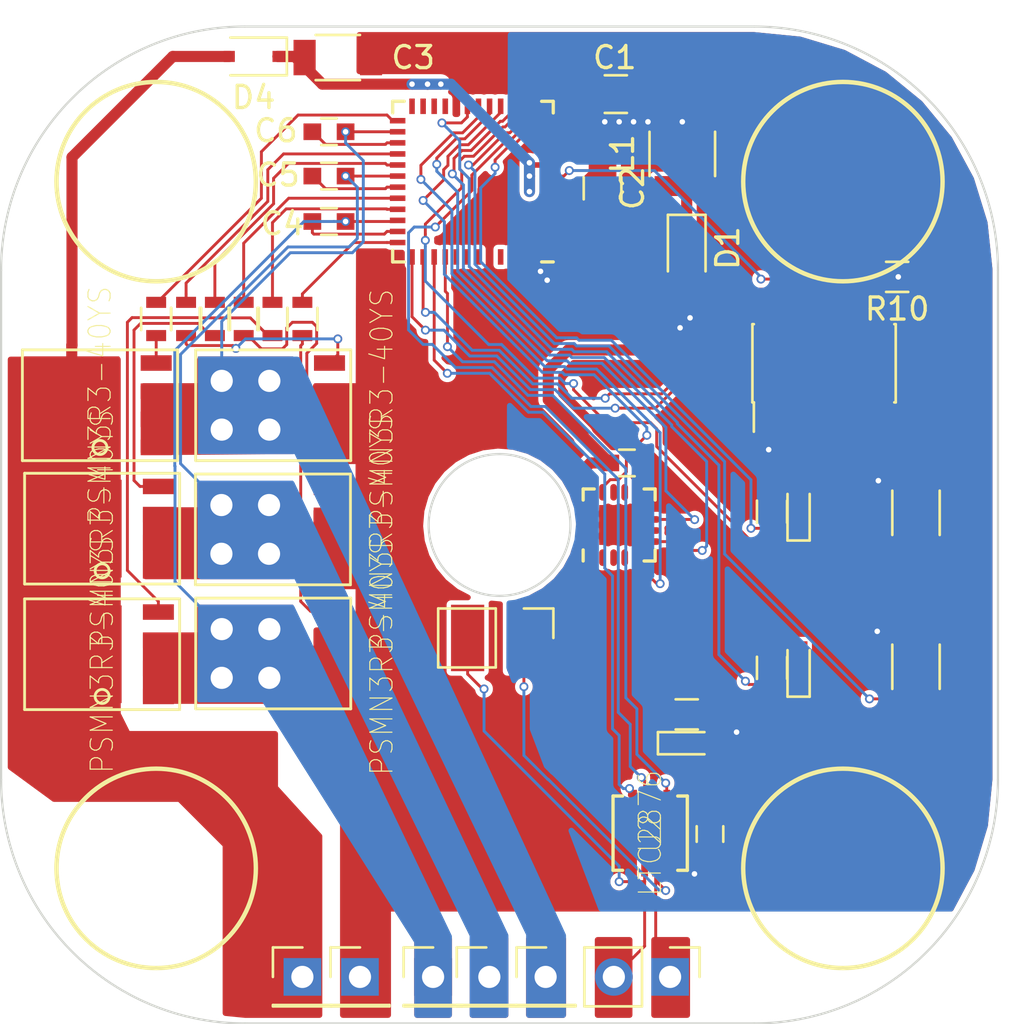
<source format=kicad_pcb>
(kicad_pcb (version 4) (host pcbnew 4.0.6)
  (layers (0 F.Cu signal) (31 B.Cu signal) (34 B.Paste user hide) (35 F.Paste user hide) (36 B.SilkS user) (37 F.SilkS user) (38 B.Mask user) (39 F.Mask user) (44 Edge.Cuts user))
  (net 0 "")
  (net 1 +3V3)
  (net 2 Earth)
  (net 3 "Net-(C2-Pad2)")
  (net 4 VM)
  (net 5 O1)
  (net 6 BOOT1)
  (net 7 O2)
  (net 8 BOOT2)
  (net 9 O3)
  (net 10 BOOT3)
  (net 11 "Net-(D1-Pad1)")
  (net 12 "Net-(D2-Pad1)")
  (net 13 "Net-(D3-Pad2)")
  (net 14 +12V)
  (net 15 "Net-(D5-Pad2)")
  (net 16 NRST)
  (net 17 SWDCLK)
  (net 18 SWDIO)
  (net 19 MOSI)
  (net 20 MISO)
  (net 21 SCK)
  (net 22 CS)
  (net 23 RS-B)
  (net 24 RS-A)
  (net 25 "Net-(Q1-Pad4)")
  (net 26 "Net-(Q2-Pad4)")
  (net 27 "Net-(Q3-Pad4)")
  (net 28 "Net-(Q4-Pad4)")
  (net 29 "Net-(Q5-Pad4)")
  (net 30 "Net-(Q6-Pad4)")
  (net 31 H1)
  (net 32 L1)
  (net 33 H2)
  (net 34 L2)
  (net 35 H3)
  (net 36 L3)
  (net 37 "Net-(U1-Pad4)")
  (net 38 "Net-(U1-Pad5)")
  (net 39 DE)
  (net 40 TX)
  (net 41 RX)
  (net 42 "Net-(CALIB1-Pad1)")
  (net 43 "Net-(ID1-Pad1)")
  (net 44 "Net-(R1-Pad1)")
  (net 45 "Net-(R2-Pad1)")
  (module Capacitors_SMD:C_0805 (layer F.Cu) (at 70.75 46.05 180)
    (fp_text reference C1 (at 0.05 1.65 180) (layer F.SilkS))
    (fp_text value 100uF)
    (pad 1 smd rect (at -1 0 180) (size 1 1.25) (layers F.Cu F.Paste F.Mask) (net 1 +3V3))
    (pad 2 smd rect (at 1 0 180) (size 1 1.25) (layers F.Cu F.Paste F.Mask) (net 2 Earth))
  )
  (module Capacitors_SMD:C_0805 (layer F.Cu) (at 70.15 50.3 90)
    (fp_text reference C2 (at 0 1.35 90) (layer F.SilkS))
    (fp_text value 22uF)
    (pad 1 smd rect (at -1 0 90) (size 1 1.25) (layers F.Cu F.Paste F.Mask) (net 2 Earth))
    (pad 2 smd rect (at 1 0 90) (size 1 1.25) (layers F.Cu F.Paste F.Mask) (net 3 "Net-(C2-Pad2)"))
  )
  (module Capacitors_SMD:C_0603 (layer F.Cu) (at 57.8 51.8)
    (fp_text reference C4 (at -2.1 0.1) (layer F.SilkS))
    (fp_text value 1uF)
    (pad 2 smd rect (at 0.75 0) (size 0.8 0.75) (layers F.Cu F.Paste F.Mask) (net 5 O1))
    (pad 1 smd rect (at -0.75 0) (size 0.8 0.75) (layers F.Cu F.Paste F.Mask) (net 6 BOOT1))
  )
  (module Capacitors_SMD:C_0603 (layer F.Cu) (at 57.8 49.75)
    (fp_text reference C5 (at -2.3 -0.05) (layer F.SilkS))
    (fp_text value 1uF)
    (pad 2 smd rect (at 0.75 0) (size 0.8 0.75) (layers F.Cu F.Paste F.Mask) (net 7 O2))
    (pad 1 smd rect (at -0.75 0) (size 0.8 0.75) (layers F.Cu F.Paste F.Mask) (net 8 BOOT2))
  )
  (module Capacitors_SMD:C_0603 (layer F.Cu) (at 57.8 47.75)
    (fp_text reference C6 (at -2.4 -0.05) (layer F.SilkS))
    (fp_text value 1uF)
    (pad 2 smd rect (at 0.75 0) (size 0.8 0.75) (layers F.Cu F.Paste F.Mask) (net 9 O3))
    (pad 1 smd rect (at -0.75 0) (size 0.8 0.75) (layers F.Cu F.Paste F.Mask) (net 10 BOOT3))
  )
  (module Capacitors_SMD:C_0603 (layer F.Cu) (at 75 79.45 270)
    (fp_text reference C7 hide)
    (fp_text value 1uF)
    (pad 2 smd rect (at 0.75 0 270) (size 0.8 0.75) (layers F.Cu F.Paste F.Mask) (net 1 +3V3))
    (pad 1 smd rect (at -0.75 0 270) (size 0.8 0.75) (layers F.Cu F.Paste F.Mask) (net 2 Earth))
  )
  (module Capacitors_SMD:C_0603 (layer F.Cu) (at 71.25 62.7 180)
    (fp_text reference C8 hide)
    (fp_text value 0.1uF)
    (pad 2 smd rect (at 0.75 0 180) (size 0.8 0.75) (layers F.Cu F.Paste F.Mask) (net 1 +3V3))
    (pad 1 smd rect (at -0.75 0 180) (size 0.8 0.75) (layers F.Cu F.Paste F.Mask) (net 2 Earth))
  )
  (module Resistors_SMD:R_1206 (layer F.Cu) (at 84.3 64.95 90)
    (fp_text reference CALIB1 hide)
    (fp_text value CALIB)
    (pad 1 smd rect (at -1.45 0 90) (size 0.9 1.7) (layers F.Cu F.Paste F.Mask) (net 42 "Net-(CALIB1-Pad1)"))
    (pad 2 smd rect (at 1.45 0 90) (size 0.9 1.7) (layers F.Cu F.Paste F.Mask) (net 1 +3V3))
  )
  (module Diodes_SMD:D_SOD-323F (layer F.Cu) (at 73.95 53 270)
    (fp_text reference D1 (at 0 -1.85 270) (layer F.SilkS))
    (fp_text value CD0603-B0340R)
    (pad 1 smd rect (at -1.1 0 270) (size 0.5 0.5) (layers F.Cu F.Paste F.Mask) (net 11 "Net-(D1-Pad1)"))
    (pad 2 smd rect (at 1.1 0 270) (size 0.5 0.5) (layers F.Cu F.Paste F.Mask) (net 2 Earth))
  )
  (module LEDs:LED_0603 (layer F.Cu) (at 73.95 75.35)
    (fp_text reference D2 hide)
    (fp_text value CD0603-B0340R)
    (pad 2 smd rect (at 0.8 0 180) (size 0.8 0.8) (layers F.Cu F.Paste F.Mask) (net 1 +3V3))
    (pad 1 smd rect (at -0.8 0 180) (size 0.8 0.8) (layers F.Cu F.Paste F.Mask) (net 12 "Net-(D2-Pad1)"))
  )
  (module LEDs:LED_0603 (layer F.Cu) (at 79 71.95 90)
    (fp_text reference D3 hide)
    (fp_text value ID)
    (pad 2 smd rect (at 0.8 0 270) (size 0.8 0.8) (layers F.Cu F.Paste F.Mask) (net 13 "Net-(D3-Pad2)"))
    (pad 1 smd rect (at -0.8 0 270) (size 0.8 0.8) (layers F.Cu F.Paste F.Mask) (net 2 Earth))
  )
  (module Diodes_SMD:D_SOD-323F (layer F.Cu) (at 54.4 44.35 180)
    (fp_text reference D4 (at 0 -1.85 180) (layer F.SilkS))
    (fp_text value D)
    (pad 1 smd rect (at -1.1 0 180) (size 0.5 0.5) (layers F.Cu F.Paste F.Mask) (net 4 VM))
    (pad 2 smd rect (at 1.1 0 180) (size 0.5 0.5) (layers F.Cu F.Paste F.Mask) (net 14 +12V))
  )
  (module LEDs:LED_0603 (layer F.Cu) (at 79 64.9 90)
    (fp_text reference D5 hide)
    (fp_text value CALIB)
    (pad 2 smd rect (at 0.8 0 270) (size 0.8 0.8) (layers F.Cu F.Paste F.Mask) (net 15 "Net-(D5-Pad2)"))
    (pad 1 smd rect (at -0.8 0 270) (size 0.8 0.8) (layers F.Cu F.Paste F.Mask) (net 2 Earth))
  )
  (module Resistors_SMD:R_1206 (layer F.Cu) (at 84.3 71.9 90)
    (fp_text reference ID1 hide)
    (fp_text value ID)
    (pad 1 smd rect (at -1.45 0 90) (size 0.9 1.7) (layers F.Cu F.Paste F.Mask) (net 43 "Net-(ID1-Pad1)"))
    (pad 2 smd rect (at 1.45 0 90) (size 0.9 1.7) (layers F.Cu F.Paste F.Mask) (net 1 +3V3))
  )
  (module Pin_Headers:Pin_Header_Straight_1x02_Pitch2.54mm (layer F.Cu) (at 73.2 85.9 270)
    (fp_text reference J3 hide)
    (fp_text value RS485)
    (pad 1 thru_hole rect (at 0 0 270) (size 1.7 1.7) (drill 1) (layers *.Cu *.Mask) (net 23 RS-B))
    (pad 2 thru_hole oval (at 0 2.54 270) (size 1.7 1.7) (drill 1) (layers *.Cu *.Mask) (net 24 RS-A))
  )
  (module Pin_Headers:Pin_Header_Straight_1x01_Pitch2.54mm (layer F.Cu) (at 56.6 85.9)
    (fp_text reference J6 hide)
    (fp_text value 12)
    (pad 1 thru_hole rect (at 0 0) (size 1.7 1.7) (drill 1) (layers *.Cu *.Mask) (net 14 +12V))
  )
  (module Pin_Headers:Pin_Header_Straight_1x01_Pitch2.54mm (layer F.Cu) (at 59.2 85.9)
    (fp_text reference J9 hide)
    (fp_text value GND)
    (pad 1 thru_hole rect (at 0 0) (size 1.7 1.7) (drill 1) (layers *.Cu *.Mask) (net 2 Earth))
  )
  (module Pin_Headers:Pin_Header_Straight_1x01_Pitch2.54mm (layer F.Cu) (at 62.5 85.9)
    (fp_text reference J11 hide)
    (fp_text value V)
    (pad 1 thru_hole rect (at 0 0) (size 1.7 1.7) (drill 1) (layers *.Cu *.Mask) (net 5 O1))
  )
  (module Pin_Headers:Pin_Header_Straight_1x01_Pitch2.54mm (layer F.Cu) (at 64.9 85.9)
    (fp_text reference J12 hide)
    (fp_text value U)
    (pad 1 thru_hole rect (at 0.14 0) (size 1.7 1.7) (drill 1) (layers *.Cu *.Mask) (net 7 O2))
  )
  (module Pin_Headers:Pin_Header_Straight_1x01_Pitch2.54mm (layer F.Cu) (at 67.6 85.9)
    (fp_text reference J13 hide)
    (fp_text value W)
    (pad 1 thru_hole rect (at -0.02 0) (size 1.7 1.7) (drill 1) (layers *.Cu *.Mask) (net 9 O3))
  )
  (module Inductors_SMD:L_1210 (layer F.Cu) (at 73.75 48.75 90)
    (fp_text reference L1 (at 0 -2.7 90) (layer F.SilkS))
    (fp_text value 22uH)
    (pad 1 smd rect (at -1.45 0 90) (size 0.9 2.5) (layers F.Cu F.Paste F.Mask) (net 11 "Net-(D1-Pad1)"))
    (pad 2 smd rect (at 1.45 0 90) (size 0.9 2.5) (layers F.Cu F.Paste F.Mask) (net 1 +3V3))
  )
  (module Dizzy:PSMN3R3-40YS (layer F.Cu) (at 47.56 71.335 90)
    (fp_text reference Q1 hide)
    (fp_text value PSMN3R3-40YS (at 0 0 90) (layer F.SilkS) (effects (font (size 1 0.9) (thickness 0.05))))
    (pad 1 smd rect (at -1.905 2.54) (size 1.4 0.7) (layers F.Cu F.Paste F.Mask) (net 5 O1))
    (pad 2 smd rect (at -0.635 2.54) (size 1.4 0.7) (layers F.Cu F.Paste F.Mask) (net 5 O1))
    (pad 3 smd rect (at 0.635 2.54) (size 1.4 0.7) (layers F.Cu F.Paste F.Mask) (net 5 O1))
    (pad 4 smd rect (at 1.905 2.54) (size 1.4 0.7) (layers F.Cu F.Paste F.Mask) (net 25 "Net-(Q1-Pad4)"))
    (pad 5678 smd rect (at 0 -1.27) (size 4.3 4.41) (layers F.Cu F.Paste F.Mask) (net 14 +12V))
  )
  (module Dizzy:PSMN3R3-40YS (layer F.Cu) (at 47.56 65.665 90)
    (fp_text reference Q3 hide)
    (fp_text value PSMN3R3-40YS (at 0 0 90) (layer F.SilkS) (effects (font (size 1 0.9) (thickness 0.05))))
    (pad 1 smd rect (at -1.905 2.54) (size 1.4 0.7) (layers F.Cu F.Paste F.Mask) (net 7 O2))
    (pad 2 smd rect (at -0.635 2.54) (size 1.4 0.7) (layers F.Cu F.Paste F.Mask) (net 7 O2))
    (pad 3 smd rect (at 0.635 2.54) (size 1.4 0.7) (layers F.Cu F.Paste F.Mask) (net 7 O2))
    (pad 4 smd rect (at 1.905 2.54) (size 1.4 0.7) (layers F.Cu F.Paste F.Mask) (net 27 "Net-(Q3-Pad4)"))
    (pad 5678 smd rect (at 0 -1.27) (size 4.3 4.41) (layers F.Cu F.Paste F.Mask) (net 14 +12V))
  )
  (module Dizzy:PSMN3R3-40YS (layer F.Cu) (at 47.46 60.095 90)
    (fp_text reference Q5 hide)
    (fp_text value PSMN3R3-40YS (at 0 0 90) (layer F.SilkS) (effects (font (size 1 0.9) (thickness 0.05))))
    (pad 1 smd rect (at -1.905 2.54) (size 1.4 0.7) (layers F.Cu F.Paste F.Mask) (net 9 O3))
    (pad 2 smd rect (at -0.635 2.54) (size 1.4 0.7) (layers F.Cu F.Paste F.Mask) (net 9 O3))
    (pad 3 smd rect (at 0.635 2.54) (size 1.4 0.7) (layers F.Cu F.Paste F.Mask) (net 9 O3))
    (pad 4 smd rect (at 1.905 2.54) (size 1.4 0.7) (layers F.Cu F.Paste F.Mask) (net 29 "Net-(Q5-Pad4)"))
    (pad 5678 smd rect (at 0 -1.27) (size 4.3 4.41) (layers F.Cu F.Paste F.Mask) (net 14 +12V))
  )
  (module Resistors_SMD:R_0603 (layer F.Cu) (at 77.8 71.95 90)
    (fp_text reference R1 hide)
    (fp_text value 320)
    (pad 1 smd rect (at -0.75 0 90) (size 0.5 0.9) (layers F.Cu F.Paste F.Mask) (net 44 "Net-(R1-Pad1)"))
    (pad 2 smd rect (at 0.75 0 90) (size 0.5 0.9) (layers F.Cu F.Paste F.Mask) (net 13 "Net-(D3-Pad2)"))
  )
  (module Resistors_SMD:R_0603 (layer F.Cu) (at 77.8 64.9 90)
    (fp_text reference R2 hide)
    (fp_text value 320)
    (pad 1 smd rect (at -0.75 0 90) (size 0.5 0.9) (layers F.Cu F.Paste F.Mask) (net 45 "Net-(R2-Pad1)"))
    (pad 2 smd rect (at 0.75 0 90) (size 0.5 0.9) (layers F.Cu F.Paste F.Mask) (net 15 "Net-(D5-Pad2)"))
  )
  (module Resistors_SMD:R_0603 (layer F.Cu) (at 55.25 56.2 90)
    (fp_text reference R3 hide)
    (fp_text value 10)
    (pad 1 smd rect (at -0.75 0 90) (size 0.5 0.9) (layers F.Cu F.Paste F.Mask) (net 25 "Net-(Q1-Pad4)"))
    (pad 2 smd rect (at 0.75 0 90) (size 0.5 0.9) (layers F.Cu F.Paste F.Mask) (net 31 H1))
  )
  (module Resistors_SMD:R_0603 (layer F.Cu) (at 56.6 56.2 90)
    (fp_text reference R4 hide)
    (fp_text value 10)
    (pad 1 smd rect (at -0.75 0 90) (size 0.5 0.9) (layers F.Cu F.Paste F.Mask) (net 26 "Net-(Q2-Pad4)"))
    (pad 2 smd rect (at 0.75 0 90) (size 0.5 0.9) (layers F.Cu F.Paste F.Mask) (net 32 L1))
  )
  (module Resistors_SMD:R_0603 (layer F.Cu) (at 52.65 56.2 90)
    (fp_text reference R5 hide)
    (fp_text value 10)
    (pad 1 smd rect (at -0.75 0 90) (size 0.5 0.9) (layers F.Cu F.Paste F.Mask) (net 27 "Net-(Q3-Pad4)"))
    (pad 2 smd rect (at 0.75 0 90) (size 0.5 0.9) (layers F.Cu F.Paste F.Mask) (net 33 H2))
  )
  (module Resistors_SMD:R_0603 (layer F.Cu) (at 53.95 56.2 90)
    (fp_text reference R6 hide)
    (fp_text value 10)
    (pad 1 smd rect (at -0.75 0 90) (size 0.5 0.9) (layers F.Cu F.Paste F.Mask) (net 28 "Net-(Q4-Pad4)"))
    (pad 2 smd rect (at 0.75 0 90) (size 0.5 0.9) (layers F.Cu F.Paste F.Mask) (net 34 L2))
  )
  (module Resistors_SMD:R_0603 (layer F.Cu) (at 50 56.2 90)
    (fp_text reference R7 hide)
    (fp_text value 10)
    (pad 1 smd rect (at -0.75 0 90) (size 0.5 0.9) (layers F.Cu F.Paste F.Mask) (net 29 "Net-(Q5-Pad4)"))
    (pad 2 smd rect (at 0.75 0 90) (size 0.5 0.9) (layers F.Cu F.Paste F.Mask) (net 35 H3))
  )
  (module Resistors_SMD:R_0603 (layer F.Cu) (at 51.35 56.2 90)
    (fp_text reference R8 hide)
    (fp_text value 10)
    (pad 1 smd rect (at -0.75 0 90) (size 0.5 0.9) (layers F.Cu F.Paste F.Mask) (net 30 "Net-(Q6-Pad4)"))
    (pad 2 smd rect (at 0.75 0 90) (size 0.5 0.9) (layers F.Cu F.Paste F.Mask) (net 36 L3))
  )
  (module Resistors_SMD:R_0603 (layer F.Cu) (at 73.95 74.05)
    (fp_text reference R9 hide)
    (fp_text value 320)
    (pad 1 smd rect (at -0.75 0) (size 0.5 0.9) (layers F.Cu F.Paste F.Mask) (net 12 "Net-(D2-Pad1)"))
    (pad 2 smd rect (at 0.75 0) (size 0.5 0.9) (layers F.Cu F.Paste F.Mask) (net 2 Earth))
  )
  (module Dizzy:STSPIN32-nopad (layer F.Cu) (at 64.3 50 180)
    (fp_text reference U1 hide)
    (fp_text value STSPIN32F0)
    (pad 1 smd rect (at -3.4 -2.75 180) (size 0.7 0.25) (layers F.Cu F.Paste F.Mask))
    (pad 2 smd rect (at -3.4 -2.25 180) (size 0.7 0.25) (layers F.Cu F.Paste F.Mask))
    (pad 3 smd rect (at -3.4 -1.75 180) (size 0.7 0.25) (layers F.Cu F.Paste F.Mask))
    (pad 4 smd rect (at -3.4 -1.25 180) (size 0.7 0.25) (layers F.Cu F.Paste F.Mask) (net 37 "Net-(U1-Pad4)"))
    (pad 5 smd rect (at -3.4 -0.75 180) (size 0.7 0.25) (layers F.Cu F.Paste F.Mask) (net 38 "Net-(U1-Pad5)"))
    (pad 6 smd rect (at -3.4 -0.25 180) (size 0.7 0.25) (layers F.Cu F.Paste F.Mask) (net 3 "Net-(C2-Pad2)"))
    (pad 7 smd rect (at -3.4 0.25 180) (size 0.7 0.25) (layers F.Cu F.Paste F.Mask) (net 16 NRST))
    (pad 8 smd rect (at -3.4 0.75 180) (size 0.7 0.25) (layers F.Cu F.Paste F.Mask) (net 4 VM))
    (pad 9 smd rect (at -3.4 1.25 180) (size 0.7 0.25) (layers F.Cu F.Paste F.Mask) (net 11 "Net-(D1-Pad1)"))
    (pad 10 smd rect (at -3.4 1.75 180) (size 0.7 0.25) (layers F.Cu F.Paste F.Mask) (net 1 +3V3))
    (pad 11 smd rect (at -3.4 2.25 180) (size 0.7 0.25) (layers F.Cu F.Paste F.Mask) (net 45 "Net-(R2-Pad1)"))
    (pad 12 smd rect (at -3.4 2.75 180) (size 0.7 0.25) (layers F.Cu F.Paste F.Mask) (net 39 DE))
    (pad 13 smd rect (at -2.75 3.4 270) (size 0.7 0.25) (layers F.Cu F.Paste F.Mask) (net 43 "Net-(ID1-Pad1)"))
    (pad 14 smd rect (at -2.25 3.4 270) (size 0.7 0.25) (layers F.Cu F.Paste F.Mask) (net 42 "Net-(CALIB1-Pad1)"))
    (pad 15 smd rect (at -1.75 3.4 270) (size 0.7 0.25) (layers F.Cu F.Paste F.Mask) (net 22 CS))
    (pad 16 smd rect (at -1.25 3.4 270) (size 0.7 0.25) (layers F.Cu F.Paste F.Mask) (net 21 SCK))
    (pad 17 smd rect (at -0.75 3.4 270) (size 0.7 0.25) (layers F.Cu F.Paste F.Mask) (net 20 MISO))
    (pad 18 smd rect (at -0.25 3.4 270) (size 0.7 0.25) (layers F.Cu F.Paste F.Mask) (net 19 MOSI))
    (pad 19 smd rect (at 0.25 3.4 270) (size 0.7 0.25) (layers F.Cu F.Paste F.Mask) (net 44 "Net-(R1-Pad1)"))
    (pad 20 smd rect (at 0.75 3.4 270) (size 0.7 0.25) (layers F.Cu F.Paste F.Mask) (net 2 Earth))
    (pad 21 smd rect (at 1.25 3.4 270) (size 0.7 0.25) (layers F.Cu F.Paste F.Mask))
    (pad 22 smd rect (at 1.75 3.4 270) (size 0.7 0.25) (layers F.Cu F.Paste F.Mask))
    (pad 23 smd rect (at 2.25 3.4 270) (size 0.7 0.25) (layers F.Cu F.Paste F.Mask))
    (pad 24 smd rect (at 2.75 3.4 270) (size 0.7 0.25) (layers F.Cu F.Paste F.Mask))
    (pad 25 smd rect (at 3.4 2.75 180) (size 0.7 0.25) (layers F.Cu F.Paste F.Mask) (net 35 H3))
    (pad 26 smd rect (at 3.4 2.25 180) (size 0.7 0.25) (layers F.Cu F.Paste F.Mask) (net 9 O3))
    (pad 27 smd rect (at 3.4 1.75 180) (size 0.7 0.25) (layers F.Cu F.Paste F.Mask) (net 10 BOOT3))
    (pad 28 smd rect (at 3.4 1.25 180) (size 0.7 0.25) (layers F.Cu F.Paste F.Mask) (net 36 L3))
    (pad 29 smd rect (at 3.4 0.75 180) (size 0.7 0.25) (layers F.Cu F.Paste F.Mask) (net 33 H2))
    (pad 30 smd rect (at 3.4 0.25 180) (size 0.7 0.25) (layers F.Cu F.Paste F.Mask) (net 7 O2))
    (pad 31 smd rect (at 3.4 -0.25 180) (size 0.7 0.25) (layers F.Cu F.Paste F.Mask) (net 8 BOOT2))
    (pad 32 smd rect (at 3.4 -0.75 180) (size 0.7 0.25) (layers F.Cu F.Paste F.Mask) (net 34 L2))
    (pad 33 smd rect (at 3.4 -1.25 180) (size 0.7 0.25) (layers F.Cu F.Paste F.Mask) (net 31 H1))
    (pad 34 smd rect (at 3.4 -1.75 180) (size 0.7 0.25) (layers F.Cu F.Paste F.Mask) (net 5 O1))
    (pad 35 smd rect (at 3.4 -2.25 180) (size 0.7 0.25) (layers F.Cu F.Paste F.Mask) (net 6 BOOT1))
    (pad 36 smd rect (at 3.4 -2.75 180) (size 0.7 0.25) (layers F.Cu F.Paste F.Mask) (net 32 L1))
    (pad 37 smd rect (at 2.75 -3.4 270) (size 0.7 0.25) (layers F.Cu F.Paste F.Mask) (net 18 SWDIO))
    (pad 38 smd rect (at 2.25 -3.4 270) (size 0.7 0.25) (layers F.Cu F.Paste F.Mask) (net 17 SWDCLK))
    (pad 39 smd rect (at 1.75 -3.4 270) (size 0.7 0.25) (layers F.Cu F.Paste F.Mask) (net 40 TX))
    (pad 40 smd rect (at 1.25 -3.4 270) (size 0.7 0.25) (layers F.Cu F.Paste F.Mask) (net 41 RX))
    (pad 41 smd rect (at 0.75 -3.4 270) (size 0.7 0.25) (layers F.Cu F.Paste F.Mask))
    (pad 42 smd rect (at 0.25 -3.4 270) (size 0.7 0.25) (layers F.Cu F.Paste F.Mask))
    (pad 43 smd rect (at -0.25 -3.4 270) (size 0.7 0.25) (layers F.Cu F.Paste F.Mask))
    (pad 44 smd rect (at -0.75 -3.4 270) (size 0.7 0.25) (layers F.Cu F.Paste F.Mask) (net 2 Earth))
    (pad 45 smd rect (at -1.25 -3.4 270) (size 0.7 0.25) (layers F.Cu F.Paste F.Mask))
    (pad 46 smd rect (at -1.75 -3.4 270) (size 0.7 0.25) (layers F.Cu F.Paste F.Mask))
    (pad 47 smd rect (at -2.25 -3.4 270) (size 0.7 0.25) (layers F.Cu F.Paste F.Mask))
    (pad 48 smd rect (at -2.75 -3.4 270) (size 0.7 0.25) (layers F.Cu F.Paste F.Mask) (net 1 +3V3))
    (pad 49 smd rect (at -0.7 -0.8 180) (size 1 1) (layers F.Cu F.Paste F.Mask) (net 2 Earth))
  )
  (module Dizzy:LTC2876 (layer F.Cu) (at 72.3 79.4113 270)
    (fp_text reference U2 (at 0 0 270) (layer F.SilkS) (effects (font (size 1 0.9) (thickness 0.05))))
    (fp_text value LTC2876 (at 0 0 270) (layer F.SilkS) (effects (font (size 1 0.9) (thickness 0.05))))
    (pad 1 smd rect (at -1.5113 -0.75 270) (size 0.889 0.3048) (layers F.Cu F.Paste F.Mask) (net 41 RX))
    (pad 2 smd rect (at -1.5113 -0.25 270) (size 0.889 0.3048) (layers F.Cu F.Paste F.Mask) (net 39 DE))
    (pad 3 smd rect (at -1.5113 0.25 270) (size 0.889 0.3048) (layers F.Cu F.Paste F.Mask) (net 39 DE))
    (pad 4 smd rect (at -1.5113 0.75 270) (size 0.889 0.3048) (layers F.Cu F.Paste F.Mask) (net 40 TX))
    (pad 5 smd rect (at 1.5113 0.75 270) (size 0.889 0.3048) (layers F.Cu F.Paste F.Mask) (net 2 Earth))
    (pad 6 smd rect (at 1.5113 0.25 270) (size 0.889 0.3048) (layers F.Cu F.Paste F.Mask) (net 24 RS-A))
    (pad 7 smd rect (at 1.5113 -0.25 270) (size 0.889 0.3048) (layers F.Cu F.Paste F.Mask) (net 23 RS-B))
    (pad 8 smd rect (at 1.5113 -0.75 270) (size 0.889 0.3048) (layers F.Cu F.Paste F.Mask) (net 1 +3V3))
    (pad 9 smd rect (at 0 0.1 270) (size 0.6 2) (layers F.Cu F.Paste F.Mask) (net 2 Earth))
  )
  (module Housings_DFN_QFN:QFN-16-1EP_3x3mm_Pitch0.5mm (layer F.Cu) (at 70.9 65.5 90)
    (fp_text reference U3 hide)
    (fp_text value MA700)
    (pad 1 smd oval (at -1.475 -0.75 90) (size 0.75 0.3) (layers F.Cu F.Paste F.Mask))
    (pad 2 smd oval (at -1.475 -0.25 90) (size 0.75 0.3) (layers F.Cu F.Paste F.Mask))
    (pad 3 smd oval (at -1.475 0.25 90) (size 0.75 0.3) (layers F.Cu F.Paste F.Mask))
    (pad 4 smd oval (at -1.475 0.75 90) (size 0.75 0.3) (layers F.Cu F.Paste F.Mask) (net 19 MOSI))
    (pad 5 smd oval (at -0.75 1.475 180) (size 0.75 0.3) (layers F.Cu F.Paste F.Mask) (net 22 CS))
    (pad 6 smd oval (at -0.25 1.475 180) (size 0.75 0.3) (layers F.Cu F.Paste F.Mask))
    (pad 7 smd oval (at 0.25 1.475 180) (size 0.75 0.3) (layers F.Cu F.Paste F.Mask) (net 20 MISO))
    (pad 8 smd oval (at 0.75 1.475 180) (size 0.75 0.3) (layers F.Cu F.Paste F.Mask) (net 2 Earth))
    (pad 9 smd oval (at 1.475 0.75 90) (size 0.75 0.3) (layers F.Cu F.Paste F.Mask))
    (pad 10 smd oval (at 1.475 0.25 90) (size 0.75 0.3) (layers F.Cu F.Paste F.Mask))
    (pad 11 smd oval (at 1.475 -0.25 90) (size 0.75 0.3) (layers F.Cu F.Paste F.Mask))
    (pad 12 smd oval (at 1.475 -0.75 90) (size 0.75 0.3) (layers F.Cu F.Paste F.Mask) (net 21 SCK))
    (pad 13 smd oval (at 0.75 -1.475 180) (size 0.75 0.3) (layers F.Cu F.Paste F.Mask) (net 1 +3V3))
    (pad 14 smd oval (at 0.25 -1.475 180) (size 0.75 0.3) (layers F.Cu F.Paste F.Mask))
    (pad 15 smd oval (at -0.25 -1.475 180) (size 0.75 0.3) (layers F.Cu F.Paste F.Mask))
    (pad 16 smd oval (at -0.75 -1.475 180) (size 0.75 0.3) (layers F.Cu F.Paste F.Mask))
    (pad 17 smd rect (at 0.45 0.45 90) (size 0.9 0.9) (layers F.Cu F.Paste F.Mask) (net 2 Earth))
    (pad 17 smd rect (at 0.45 -0.45 90) (size 0.9 0.9) (layers F.Cu F.Paste F.Mask) (net 2 Earth))
    (pad 17 smd rect (at -0.45 0.45 90) (size 0.9 0.9) (layers F.Cu F.Paste F.Mask) (net 2 Earth))
    (pad 17 smd rect (at -0.45 -0.45 90) (size 0.9 0.9) (layers F.Cu F.Paste F.Mask) (net 2 Earth))
  )
  (module Dizzy:Oscillator (layer F.Cu) (at 67.7 55.15 90)
    (fp_text reference Y1 hide)
    (fp_text value 8Mhz)
    (pad 1 smd rect (at 0 2.3 90) (size 0.4 1.4) (layers F.Cu F.Paste F.Mask) (net 37 "Net-(U1-Pad4)"))
    (pad 2 smd rect (at 1.2 2.3 90) (size 0.4 1.4) (layers F.Cu F.Paste F.Mask) (net 2 Earth))
    (pad 3 smd rect (at 2.4 2.3 90) (size 0.4 1.4) (layers F.Cu F.Paste F.Mask) (net 38 "Net-(U1-Pad5)"))
  )
  (module Capacitors_SMD:C_1206 (layer F.Cu) (at 58.2 44.4)
    (fp_text reference C3 (at 3.4 0) (layer F.SilkS))
    (fp_text value 1uF)
    (pad 1 smd rect (at -1.5 0) (size 1 1.6) (layers F.Cu F.Paste F.Mask) (net 4 VM))
    (pad 2 smd rect (at 1.5 0) (size 1 1.6) (layers F.Cu F.Paste F.Mask) (net 2 Earth))
  )
  (module Dizzy:PSMN3R3-40YS-vias (layer F.Cu) (at 55.283935 71.3 90)
    (fp_text reference Q2 hide)
    (fp_text value PSMN3R3-40YS (at -0.125 4.9 90) (layer F.SilkS) (effects (font (size 1 0.9) (thickness 0.05))))
    (pad 1 smd rect (at -1.905 2.54) (size 1.4 0.7) (layers F.Cu F.Paste F.Mask) (net 2 Earth))
    (pad 2 smd rect (at -0.635 2.54) (size 1.4 0.7) (layers F.Cu F.Paste F.Mask) (net 2 Earth))
    (pad 3 smd rect (at 0.635 2.54) (size 1.4 0.7) (layers F.Cu F.Paste F.Mask) (net 2 Earth))
    (pad 4 smd rect (at 1.905 2.54) (size 1.4 0.7) (layers F.Cu F.Paste F.Mask) (net 26 "Net-(Q2-Pad4)"))
    (pad 5678 thru_hole rect (at -1.1 -2.325 180) (size 2.15 2.2) (drill 1) (layers *.Cu *.Paste *.Mask) (net 5 O1))
    (pad 5678 thru_hole rect (at 1.1 -2.325 180) (size 2.15 2.2) (drill 1) (layers *.Cu *.Paste *.Mask) (net 5 O1))
    (pad 5678 thru_hole rect (at -1.1 -0.175 180) (size 2.15 2.2) (drill 1) (layers *.Cu *.Paste *.Mask) (net 5 O1))
    (pad 5678 thru_hole rect (at 1.1 -0.175 180) (size 2.15 2.2) (drill 1) (layers *.Cu *.Paste *.Mask) (net 5 O1))
  )
  (module Dizzy:PSMN3R3-40YS-vias (layer F.Cu) (at 55.27 65.7 90)
    (fp_text reference Q4 hide)
    (fp_text value PSMN3R3-40YS (at -0.125 4.9 90) (layer F.SilkS) (effects (font (size 1 0.9) (thickness 0.05))))
    (pad 1 smd rect (at -1.905 2.54) (size 1.4 0.7) (layers F.Cu F.Paste F.Mask) (net 2 Earth))
    (pad 2 smd rect (at -0.635 2.54) (size 1.4 0.7) (layers F.Cu F.Paste F.Mask) (net 2 Earth))
    (pad 3 smd rect (at 0.635 2.54) (size 1.4 0.7) (layers F.Cu F.Paste F.Mask) (net 2 Earth))
    (pad 4 smd rect (at 1.905 2.54) (size 1.4 0.7) (layers F.Cu F.Paste F.Mask) (net 28 "Net-(Q4-Pad4)"))
    (pad 5678 thru_hole rect (at -1.1 -2.325 180) (size 2.15 2.2) (drill 1) (layers *.Cu *.Paste *.Mask) (net 7 O2))
    (pad 5678 thru_hole rect (at 1.1 -2.325 180) (size 2.15 2.2) (drill 1) (layers *.Cu *.Paste *.Mask) (net 7 O2))
    (pad 5678 thru_hole rect (at -1.1 -0.175 180) (size 2.15 2.2) (drill 1) (layers *.Cu *.Paste *.Mask) (net 7 O2))
    (pad 5678 thru_hole rect (at 1.1 -0.175 180) (size 2.15 2.2) (drill 1) (layers *.Cu *.Paste *.Mask) (net 7 O2))
  )
  (module Dizzy:PSMN3R3-40YS-vias (layer F.Cu) (at 55.283935 60.095 90)
    (fp_text reference Q6 hide)
    (fp_text value PSMN3R3-40YS (at -0.125 4.9 90) (layer F.SilkS) (effects (font (size 1 0.9) (thickness 0.05))))
    (pad 1 smd rect (at -1.905 2.54) (size 1.4 0.7) (layers F.Cu F.Paste F.Mask) (net 2 Earth))
    (pad 2 smd rect (at -0.635 2.54) (size 1.4 0.7) (layers F.Cu F.Paste F.Mask) (net 2 Earth))
    (pad 3 smd rect (at 0.635 2.54) (size 1.4 0.7) (layers F.Cu F.Paste F.Mask) (net 2 Earth))
    (pad 4 smd rect (at 1.905 2.54) (size 1.4 0.7) (layers F.Cu F.Paste F.Mask) (net 30 "Net-(Q6-Pad4)"))
    (pad 5678 thru_hole rect (at -1.1 -2.325 180) (size 2.15 2.2) (drill 1) (layers *.Cu *.Paste *.Mask) (net 9 O3))
    (pad 5678 thru_hole rect (at 1.1 -2.325 180) (size 2.15 2.2) (drill 1) (layers *.Cu *.Paste *.Mask) (net 9 O3))
    (pad 5678 thru_hole rect (at -1.1 -0.175 180) (size 2.15 2.2) (drill 1) (layers *.Cu *.Paste *.Mask) (net 9 O3))
    (pad 5678 thru_hole rect (at 1.1 -0.175 180) (size 2.15 2.2) (drill 1) (layers *.Cu *.Paste *.Mask) (net 9 O3))
  )
  (module Pin_Headers:Pin_Header_Straight_2x05_Pitch1.27mm_SMD (layer F.Cu) (at 80.15 58.2 90)
    (fp_text reference J1 hide)
    (fp_text value CONN_02X05)
    (pad 1 smd rect (at -1.95 -2.54 90) (size 2.4 0.74) (layers F.Cu F.Paste F.Mask) (net 1 +3V3))
    (pad 2 smd rect (at 1.95 -2.54 90) (size 2.4 0.74) (layers F.Cu F.Paste F.Mask) (net 18 SWDIO))
    (pad 3 smd rect (at -1.95 -1.27 90) (size 2.4 0.74) (layers F.Cu F.Paste F.Mask) (net 2 Earth))
    (pad 4 smd rect (at 1.95 -1.27 90) (size 2.4 0.74) (layers F.Cu F.Paste F.Mask) (net 17 SWDCLK))
    (pad 5 smd rect (at -1.95 0 90) (size 2.4 0.74) (layers F.Cu F.Paste F.Mask) (net 2 Earth))
    (pad 6 smd rect (at 1.95 0 90) (size 2.4 0.74) (layers F.Cu F.Paste F.Mask))
    (pad 7 smd rect (at -1.95 1.27 90) (size 2.4 0.74) (layers F.Cu F.Paste F.Mask))
    (pad 8 smd rect (at 1.95 1.27 90) (size 2.4 0.74) (layers F.Cu F.Paste F.Mask))
    (pad 9 smd rect (at -1.95 2.54 90) (size 2.4 0.74) (layers F.Cu F.Paste F.Mask) (net 2 Earth))
    (pad 10 smd rect (at 1.95 2.54 90) (size 2.4 0.74) (layers F.Cu F.Paste F.Mask) (net 16 NRST))
  )
  (module Pin_Headers:Pin_Header_Straight_1x02_Pitch2.54mm (layer F.Cu) (at 66.6 70.6 270)
    (fp_text reference J2 hide)
    (fp_text value RS485)
    (pad 1 smd rect (at 0 0 270) (size 3 1.5) (layers F.Cu F.Paste F.Mask) (net 23 RS-B))
    (pad 2 smd rect (at 0 2.54 270) (size 3 1.5) (layers F.Cu F.Paste F.Mask) (net 24 RS-A))
  )
  (module Resistors_SMD:R_0603 (layer F.Cu) (at 83.45 54.3 180)
    (fp_text reference R10 (at 0 -1.45 180) (layer F.SilkS))
    (fp_text value 10k)
    (pad 1 smd rect (at -0.75 0 180) (size 0.5 0.9) (layers F.Cu F.Paste F.Mask) (net 1 +3V3))
    (pad 2 smd rect (at 0.75 0 180) (size 0.5 0.9) (layers F.Cu F.Paste F.Mask) (net 16 NRST))
  )
  (gr_arc (start 77 54) (end 77 43) (angle 90) (layer Edge.Cuts) (width 0.1))
  (gr_arc (start 77 77) (end 88 77) (angle 90) (layer Edge.Cuts) (width 0.1))
  (gr_arc (start 54 77) (end 54 88) (angle 90) (layer Edge.Cuts) (width 0.1))
  (gr_arc (start 54 54) (end 43 54) (angle 90) (layer Edge.Cuts) (width 0.1))
  (gr_line (start 43 54) (end 43 77) (layer Edge.Cuts) (width 0.1))
  (gr_line (start 88 54) (end 88 77) (layer Edge.Cuts) (width 0.1))
  (gr_line (start 54 88) (end 77 88) (layer Edge.Cuts) (width 0.1))
  (gr_line (start 54 43) (end 77 43) (layer Edge.Cuts) (width 0.1))
  (gr_circle (center 65.5 65.5) (end 68.7 65.5) (layer Edge.Cuts) (width 0.1))
  (gr_circle (center 81 81) (end 85.5 81) (layer F.SilkS) (width 0.2))
  (gr_circle (center 50 81) (end 54.5 81) (layer F.SilkS) (width 0.2))
  (gr_circle (center 81 50) (end 85.5 50) (layer F.SilkS) (width 0.2))
  (gr_circle (center 50 50) (end 54.5 50) (layer F.SilkS) (width 0.2))
  (segment (start 84.2 54.3) (end 83.5 54.3) (width 0.13) (layer F.Cu) (net 1))
  (via (at 83.5 54.3) (size 0.4) (drill 0.25) (layers F.Cu B.Cu) (net 1))
  (segment (start 69.4 64) (end 69.425 64.025) (width 0.25) (layer F.Cu) (net 1))
  (segment (start 69.425 64.025) (end 69.425 64.75) (width 0.25) (layer F.Cu) (net 1))
  (segment (start 69.4 62.9) (end 69.4 64) (width 0.5) (layer F.Cu) (net 1))
  (segment (start 70.5 62.7) (end 69.6 62.7) (width 0.5) (layer F.Cu) (net 1))
  (segment (start 69.6 62.7) (end 69.4 62.9) (width 0.5) (layer F.Cu) (net 1))
  (segment (start 77.61 60.15) (end 77.61 62.06) (width 0.13) (layer F.Cu) (net 1))
  (segment (start 77.61 62.06) (end 77.65 62.1) (width 0.13) (layer F.Cu) (net 1))
  (via (at 77.65 62.1) (size 0.4) (drill 0.25) (layers F.Cu B.Cu) (net 1))
  (segment (start 74.2774 80.9226) (end 74.2774 81.2274) (width 0.25) (layer F.Cu) (net 1))
  (segment (start 74.2774 81.2274) (end 74.3 81.25) (width 0.25) (layer F.Cu) (net 1))
  (via (at 74.3 81.25) (size 0.4) (drill 0.25) (layers F.Cu B.Cu) (net 1))
  (segment (start 73.05 80.9226) (end 74.2774 80.9226) (width 0.25) (layer F.Cu) (net 1))
  (segment (start 74.2774 80.9226) (end 75 80.2) (width 0.25) (layer F.Cu) (net 1))
  (segment (start 76.15 74.85) (end 76.2 74.85) (width 0.13) (layer F.Cu) (net 1))
  (segment (start 75.65 75.35) (end 76.15 74.85) (width 0.13) (layer F.Cu) (net 1))
  (via (at 76.2 74.85) (size 0.4) (drill 0.25) (layers F.Cu B.Cu) (net 1))
  (segment (start 74.75 75.35) (end 75.65 75.35) (width 0.13) (layer F.Cu) (net 1))
  (segment (start 70.475 62.7) (end 69.275 61.5) (width 0.5) (layer F.Cu) (net 1))
  (segment (start 84.3 63.5) (end 82.6 63.5) (width 0.25) (layer F.Cu) (net 1))
  (via (at 82.6 63.5) (size 0.4) (drill 0.25) (layers F.Cu B.Cu) (net 1))
  (segment (start 84.3 70.45) (end 82.7 70.45) (width 0.25) (layer F.Cu) (net 1))
  (segment (start 82.7 70.45) (end 82.55 70.3) (width 0.25) (layer F.Cu) (net 1))
  (via (at 82.55 70.3) (size 0.4) (drill 0.25) (layers F.Cu B.Cu) (net 1))
  (segment (start 67.35 54.05) (end 67.35 54.15) (width 0.25) (layer F.Cu) (net 1))
  (segment (start 67.35 54.15) (end 67.65 54.45) (width 0.25) (layer F.Cu) (net 1))
  (via (at 67.65 54.45) (size 0.4) (drill 0.25) (layers F.Cu B.Cu) (net 1))
  (segment (start 67.05 53.4) (end 67.05 53.75) (width 0.25) (layer F.Cu) (net 1))
  (segment (start 67.05 53.75) (end 67.35 54.05) (width 0.25) (layer F.Cu) (net 1))
  (via (at 67.35 54.05) (size 0.4) (drill 0.25) (layers F.Cu B.Cu) (net 1))
  (segment (start 73.75 47.3) (end 72.2 47.3) (width 0.5) (layer F.Cu) (net 1))
  (segment (start 72.2 47.3) (end 71.55 47.3) (width 0.5) (layer F.Cu) (net 1))
  (via (at 72.2 47.3) (size 0.4) (drill 0.25) (layers F.Cu B.Cu) (net 1))
  (segment (start 71.55 47.3) (end 70.9 47.3) (width 0.5) (layer F.Cu) (net 1))
  (via (at 71.55 47.3) (size 0.4) (drill 0.25) (layers F.Cu B.Cu) (net 1))
  (segment (start 70.9 47.3) (end 70.25 47.3) (width 0.5) (layer F.Cu) (net 1))
  (via (at 70.9 47.3) (size 0.4) (drill 0.25) (layers F.Cu B.Cu) (net 1))
  (segment (start 69.9 47.3) (end 69.2 47.3) (width 0.5) (layer F.Cu) (net 1))
  (segment (start 70.25 47.3) (end 69.9 47.3) (width 0.5) (layer F.Cu) (net 1))
  (via (at 70.25 47.3) (size 0.4) (drill 0.25) (layers F.Cu B.Cu) (net 1))
  (via (at 73.75 47.3) (size 0.4) (drill 0.25) (layers F.Cu B.Cu) (net 1))
  (segment (start 70.475 62.7) (end 70.5 62.7) (width 0.5) (layer F.Cu) (net 1))
  (segment (start 73.75 47.3) (end 73 47.3) (width 0.5) (layer F.Cu) (net 1))
  (segment (start 73 47.3) (end 71.75 46.05) (width 0.5) (layer F.Cu) (net 1))
  (segment (start 73.55 47.1) (end 73.75 47.3) (width 0.5) (layer F.Cu) (net 1))
  (segment (start 67.7 48.25) (end 68.3 48.25) (width 0.25) (layer F.Cu) (net 1))
  (segment (start 68.3 48.25) (end 68.8 47.75) (width 0.25) (layer F.Cu) (net 1))
  (segment (start 68.8 47.75) (end 68.8 47.7) (width 0.25) (layer F.Cu) (net 1))
  (segment (start 69.2 47.3) (end 68.8 47.7) (width 0.5) (layer F.Cu) (net 1))
  (segment (start 72.65 57.6) (end 73.65 56.6) (width 0.5) (layer F.Cu) (net 1))
  (segment (start 73.65 56.6) (end 74.1 56.15) (width 0.5) (layer F.Cu) (net 1))
  (via (at 73.65 56.6) (size 0.4) (drill 0.25) (layers F.Cu B.Cu) (net 1))
  (segment (start 68.6 57.6) (end 72.65 57.6) (width 0.5) (layer F.Cu) (net 1))
  (via (at 74.1 56.15) (size 0.4) (drill 0.25) (layers F.Cu B.Cu) (net 1))
  (segment (start 67.7 58.5) (end 68.6 57.6) (width 0.5) (layer F.Cu) (net 1))
  (segment (start 67.7 59.85) (end 67.7 58.5) (width 0.5) (layer F.Cu) (net 1))
  (segment (start 69.275 61.425) (end 67.7 59.85) (width 0.5) (layer F.Cu) (net 1))
  (segment (start 69.275 61.5) (end 69.275 61.425) (width 0.5) (layer F.Cu) (net 1))
  (segment (start 65.05 53.4) (end 65.05 52.7) (width 0.25) (layer F.Cu) (net 2))
  (segment (start 65.05 52.7) (end 65 52.65) (width 0.25) (layer F.Cu) (net 2))
  (segment (start 65 51.8) (end 65 52.65) (width 0.5) (layer F.Cu) (net 2))
  (segment (start 65 50.8) (end 65 51.8) (width 0.5) (layer F.Cu) (net 2))
  (segment (start 59.7 44.4) (end 61.65 44.4) (width 0.5) (layer F.Cu) (net 2))
  (segment (start 70.15 49.3) (end 69.95 49.3) (width 0.25) (layer F.Cu) (net 3))
  (segment (start 69.95 49.3) (end 69 50.25) (width 0.25) (layer F.Cu) (net 3))
  (segment (start 69 50.25) (end 68.3 50.25) (width 0.25) (layer F.Cu) (net 3))
  (segment (start 68.3 50.25) (end 67.7 50.25) (width 0.25) (layer F.Cu) (net 3))
  (segment (start 63.132846 45.6) (end 62.850004 45.6) (width 0.5) (layer B.Cu) (net 4))
  (segment (start 66.85 49.15) (end 63.3 45.6) (width 0.5) (layer B.Cu) (net 4))
  (segment (start 62.25 45.6) (end 62.850004 45.6) (width 0.5) (layer F.Cu) (net 4))
  (segment (start 63.3 45.6) (end 63.132846 45.6) (width 0.5) (layer B.Cu) (net 4))
  (segment (start 62.25 45.6) (end 62.850004 45.6) (width 0.5) (layer B.Cu) (net 4))
  (via (at 62.850004 45.6) (size 0.4) (drill 0.25) (layers F.Cu B.Cu) (net 4))
  (segment (start 62.249996 45.600004) (end 62.25 45.6) (width 0.5) (layer B.Cu) (net 4))
  (segment (start 62.249996 45.600004) (end 62.25 45.6) (width 0.5) (layer F.Cu) (net 4))
  (segment (start 61.55 45.600004) (end 62.249996 45.600004) (width 0.5) (layer F.Cu) (net 4))
  (segment (start 61.55 45.600004) (end 62.249996 45.600004) (width 0.5) (layer B.Cu) (net 4))
  (via (at 62.25 45.6) (size 0.4) (drill 0.25) (layers F.Cu B.Cu) (net 4))
  (segment (start 61.267158 45.600004) (end 61.55 45.600004) (width 0.5) (layer F.Cu) (net 4))
  (segment (start 57.500004 45.600004) (end 61.267158 45.600004) (width 0.5) (layer F.Cu) (net 4))
  (segment (start 56.25 44.35) (end 57.500004 45.600004) (width 0.5) (layer F.Cu) (net 4))
  (segment (start 55.5 44.35) (end 56.25 44.35) (width 0.5) (layer F.Cu) (net 4))
  (via (at 61.55 45.600004) (size 0.4) (drill 0.25) (layers F.Cu B.Cu) (net 4))
  (segment (start 67.7 49.25) (end 66.95 49.25) (width 0.25) (layer F.Cu) (net 4))
  (segment (start 66.95 49.25) (end 66.85 49.15) (width 0.25) (layer F.Cu) (net 4))
  (segment (start 66.85 49.75) (end 66.85 49.15) (width 0.5) (layer F.Cu) (net 4))
  (segment (start 66.85 50.45) (end 66.85 49.75) (width 0.5) (layer F.Cu) (net 4))
  (segment (start 66.85 49.75) (end 66.85 50.45) (width 0.5) (layer B.Cu) (net 4))
  (segment (start 66.85 49.15) (end 66.85 49.75) (width 0.5) (layer B.Cu) (net 4))
  (via (at 66.85 49.15) (size 0.4) (drill 0.25) (layers F.Cu B.Cu) (net 4))
  (via (at 66.85 49.75) (size 0.4) (drill 0.25) (layers F.Cu B.Cu) (net 4))
  (via (at 66.85 50.45) (size 0.4) (drill 0.25) (layers F.Cu B.Cu) (net 4))
  (segment (start 55.5 44.35) (end 56.65 44.35) (width 0.5) (layer F.Cu) (net 4))
  (segment (start 56.65 44.35) (end 56.7 44.4) (width 0.5) (layer F.Cu) (net 4))
  (segment (start 58.02 51.8) (end 58.55 51.8) (width 0.13) (layer B.Cu) (net 5))
  (segment (start 50.839989 62.8377) (end 50.839989 57.630011) (width 0.13) (layer B.Cu) (net 5))
  (segment (start 56.67 51.8) (end 58.02 51.8) (width 0.13) (layer B.Cu) (net 5))
  (segment (start 50.85 62.847711) (end 50.839989 62.8377) (width 0.13) (layer B.Cu) (net 5))
  (segment (start 50.839989 57.630011) (end 56.67 51.8) (width 0.13) (layer B.Cu) (net 5))
  (segment (start 52.958935 70.175) (end 50.85 68.066065) (width 0.13) (layer B.Cu) (net 5))
  (segment (start 52.958935 70.2) (end 52.958935 70.175) (width 0.13) (layer B.Cu) (net 5))
  (segment (start 50.85 68.066065) (end 50.85 62.847711) (width 0.13) (layer B.Cu) (net 5))
  (via (at 58.55 51.8) (size 0.4) (drill 0.25) (layers F.Cu B.Cu) (net 5))
  (segment (start 58.55 51.8) (end 60.85 51.8) (width 0.13) (layer F.Cu) (net 5))
  (segment (start 60.85 51.8) (end 60.9 51.75) (width 0.13) (layer F.Cu) (net 5))
  (segment (start 57.05 51.8) (end 57.05 52.305) (width 0.13) (layer F.Cu) (net 6))
  (segment (start 57.05 52.305) (end 57.115001 52.370001) (width 0.13) (layer F.Cu) (net 6))
  (segment (start 57.115001 52.370001) (end 60.299999 52.370001) (width 0.13) (layer F.Cu) (net 6))
  (segment (start 60.299999 52.370001) (end 60.42 52.25) (width 0.13) (layer F.Cu) (net 6))
  (segment (start 60.42 52.25) (end 60.9 52.25) (width 0.13) (layer F.Cu) (net 6))
  (segment (start 58.55 49.75) (end 58.575 49.75) (width 0.13) (layer B.Cu) (net 7))
  (segment (start 51.1 57.8) (end 51.1 62.73) (width 0.13) (layer B.Cu) (net 7))
  (segment (start 58.7 52.95) (end 55.95 52.95) (width 0.13) (layer B.Cu) (net 7))
  (segment (start 59.08 52.57) (end 58.7 52.95) (width 0.13) (layer B.Cu) (net 7))
  (segment (start 58.575 49.75) (end 59.08 50.255) (width 0.13) (layer B.Cu) (net 7))
  (segment (start 59.08 50.255) (end 59.08 52.57) (width 0.13) (layer B.Cu) (net 7))
  (segment (start 55.95 52.95) (end 51.1 57.8) (width 0.13) (layer B.Cu) (net 7))
  (segment (start 51.1 62.73) (end 52.945 64.575) (width 0.13) (layer B.Cu) (net 7))
  (segment (start 52.945 64.575) (end 52.945 64.6) (width 0.13) (layer B.Cu) (net 7))
  (via (at 58.55 49.75) (size 0.4) (drill 0.25) (layers F.Cu B.Cu) (net 7))
  (segment (start 58.55 49.75) (end 59.08 49.75) (width 0.13) (layer F.Cu) (net 7))
  (segment (start 59.08 49.75) (end 60.9 49.75) (width 0.13) (layer F.Cu) (net 7))
  (segment (start 57.05 49.75) (end 57.075 49.75) (width 0.13) (layer F.Cu) (net 8))
  (segment (start 57.075 49.75) (end 57.645001 50.320001) (width 0.13) (layer F.Cu) (net 8))
  (segment (start 57.645001 50.320001) (end 60.349999 50.320001) (width 0.13) (layer F.Cu) (net 8))
  (segment (start 60.349999 50.320001) (end 60.42 50.25) (width 0.13) (layer F.Cu) (net 8))
  (segment (start 60.42 50.25) (end 60.9 50.25) (width 0.13) (layer F.Cu) (net 8))
  (segment (start 55.108935 58.97) (end 55.108935 58.995) (width 0.13) (layer B.Cu) (net 9))
  (segment (start 59.35 49.055) (end 58.55 48.255) (width 0.13) (layer B.Cu) (net 9))
  (segment (start 59.35 52.717711) (end 59.35 49.055) (width 0.13) (layer B.Cu) (net 9))
  (segment (start 56.057699 53.210011) (end 58.8577 53.210011) (width 0.13) (layer B.Cu) (net 9))
  (segment (start 52.958935 58.995) (end 52.958935 56.308775) (width 0.13) (layer B.Cu) (net 9))
  (segment (start 58.8577 53.210011) (end 59.35 52.717711) (width 0.13) (layer B.Cu) (net 9))
  (segment (start 58.55 48.255) (end 58.55 47.75) (width 0.13) (layer B.Cu) (net 9))
  (segment (start 52.958935 56.308775) (end 56.057699 53.210011) (width 0.13) (layer B.Cu) (net 9))
  (via (at 58.55 47.75) (size 0.4) (drill 0.25) (layers F.Cu B.Cu) (net 9))
  (segment (start 60.9 47.75) (end 58.55 47.75) (width 0.13) (layer F.Cu) (net 9))
  (segment (start 57.05 47.75) (end 57.075 47.75) (width 0.13) (layer F.Cu) (net 10))
  (segment (start 57.075 47.75) (end 57.645001 48.320001) (width 0.13) (layer F.Cu) (net 10))
  (segment (start 57.645001 48.320001) (end 60.349999 48.320001) (width 0.13) (layer F.Cu) (net 10))
  (segment (start 60.349999 48.320001) (end 60.42 48.25) (width 0.13) (layer F.Cu) (net 10))
  (segment (start 60.42 48.25) (end 60.9 48.25) (width 0.13) (layer F.Cu) (net 10))
  (segment (start 68.930001 48.419999) (end 68.6 48.75) (width 0.25) (layer F.Cu) (net 11))
  (segment (start 68.6 48.75) (end 67.7 48.75) (width 0.25) (layer F.Cu) (net 11))
  (segment (start 73.75 50.2) (end 73.75 49.25) (width 0.5) (layer F.Cu) (net 11))
  (segment (start 73.75 49.25) (end 72.919999 48.419999) (width 0.5) (layer F.Cu) (net 11))
  (segment (start 72.919999 48.419999) (end 68.930001 48.419999) (width 0.5) (layer F.Cu) (net 11))
  (segment (start 73.95 51.9) (end 73.95 50.4) (width 0.5) (layer F.Cu) (net 11))
  (segment (start 73.95 50.4) (end 73.75 50.2) (width 0.5) (layer F.Cu) (net 11))
  (segment (start 73.2 74.05) (end 73.2 75.3) (width 0.13) (layer F.Cu) (net 12))
  (segment (start 73.2 75.3) (end 73.15 75.35) (width 0.13) (layer F.Cu) (net 12))
  (segment (start 79 71.15) (end 77.85 71.15) (width 0.13) (layer F.Cu) (net 13))
  (segment (start 77.85 71.15) (end 77.8 71.2) (width 0.13) (layer F.Cu) (net 13))
  (segment (start 46.2 48.9) (end 50.75 44.35) (width 0.5) (layer F.Cu) (net 14))
  (segment (start 50.75 44.35) (end 53.3 44.35) (width 0.5) (layer F.Cu) (net 14))
  (segment (start 46.2 57.38) (end 46.2 48.9) (width 0.5) (layer F.Cu) (net 14))
  (segment (start 46.19 60.095) (end 46.19 57.39) (width 0.5) (layer F.Cu) (net 14))
  (segment (start 46.19 57.39) (end 46.2 57.38) (width 0.5) (layer F.Cu) (net 14))
  (segment (start 77.8 64.15) (end 78.95 64.15) (width 0.13) (layer F.Cu) (net 15))
  (segment (start 78.95 64.15) (end 79 64.1) (width 0.13) (layer F.Cu) (net 15))
  (segment (start 82.7 54.3) (end 82.7 56.24) (width 0.13) (layer F.Cu) (net 16))
  (segment (start 82.7 56.24) (end 82.69 56.25) (width 0.13) (layer F.Cu) (net 16))
  (segment (start 77.3 54.4) (end 81.67 54.4) (width 0.13) (layer F.Cu) (net 16))
  (segment (start 81.67 54.4) (end 82.69 55.42) (width 0.13) (layer F.Cu) (net 16))
  (segment (start 82.69 55.42) (end 82.69 56.25) (width 0.13) (layer F.Cu) (net 16))
  (via (at 77.3 54.4) (size 0.4) (drill 0.25) (layers F.Cu B.Cu) (net 16))
  (segment (start 68.65 49.5) (end 72.49 49.5) (width 0.13) (layer B.Cu) (net 16))
  (segment (start 72.49 49.5) (end 77.3 54.31) (width 0.13) (layer B.Cu) (net 16))
  (segment (start 77.3 54.31) (end 77.3 54.4) (width 0.13) (layer B.Cu) (net 16))
  (segment (start 68.65 49.5) (end 68.55 49.5) (width 0.13) (layer B.Cu) (net 16))
  (segment (start 67.7 49.75) (end 68.4 49.75) (width 0.13) (layer F.Cu) (net 16))
  (segment (start 68.4 49.75) (end 68.65 49.5) (width 0.13) (layer F.Cu) (net 16))
  (via (at 68.65 49.5) (size 0.4) (drill 0.25) (layers F.Cu B.Cu) (net 16))
  (segment (start 75.2 57.2) (end 75.2 56.738998) (width 0.13) (layer F.Cu) (net 17))
  (segment (start 75.2 56.738998) (end 77.083999 54.854999) (width 0.13) (layer F.Cu) (net 17))
  (segment (start 77.083999 54.854999) (end 78.314999 54.854999) (width 0.13) (layer F.Cu) (net 17))
  (segment (start 78.314999 54.854999) (end 78.88 55.42) (width 0.13) (layer F.Cu) (net 17))
  (segment (start 78.88 55.42) (end 78.88 56.25) (width 0.13) (layer F.Cu) (net 17))
  (segment (start 62.437832 55.9) (end 62.15499 55.9) (width 0.13) (layer B.Cu) (net 17))
  (segment (start 64.264502 57.612187) (end 62.552315 55.9) (width 0.13) (layer B.Cu) (net 17))
  (segment (start 65.483031 57.612187) (end 64.264502 57.612187) (width 0.13) (layer B.Cu) (net 17))
  (segment (start 70.270685 59.779315) (end 68.764737 59.779315) (width 0.13) (layer B.Cu) (net 17))
  (segment (start 68.764737 59.779315) (end 68.1154 59.129978) (width 0.13) (layer B.Cu) (net 17))
  (segment (start 67.000818 59.129978) (end 65.483031 57.612187) (width 0.13) (layer B.Cu) (net 17))
  (segment (start 62.552315 55.9) (end 62.437832 55.9) (width 0.13) (layer B.Cu) (net 17))
  (segment (start 68.1154 59.129978) (end 67.000818 59.129978) (width 0.13) (layer B.Cu) (net 17))
  (segment (start 62.05 55.79501) (end 62.15499 55.9) (width 0.13) (layer F.Cu) (net 17))
  (segment (start 62.05 53.4) (end 62.05 55.79501) (width 0.13) (layer F.Cu) (net 17))
  (via (at 62.15499 55.9) (size 0.4) (drill 0.25) (layers F.Cu B.Cu) (net 17))
  (segment (start 72.820684 59.579316) (end 70.470684 59.579316) (width 0.13) (layer F.Cu) (net 17))
  (segment (start 70.470684 59.579316) (end 70.270685 59.779315) (width 0.13) (layer F.Cu) (net 17))
  (segment (start 75.2 57.2) (end 72.820684 59.579316) (width 0.13) (layer F.Cu) (net 17))
  (via (at 70.270685 59.779315) (size 0.4) (drill 0.25) (layers F.Cu B.Cu) (net 17))
  (segment (start 77.61 56.25) (end 77.11 56.25) (width 0.13) (layer F.Cu) (net 18))
  (segment (start 77.11 56.25) (end 75.21 58.15) (width 0.13) (layer F.Cu) (net 18))
  (segment (start 75.21 58.15) (end 74.61771 58.15) (width 0.13) (layer F.Cu) (net 18))
  (segment (start 65.375331 57.872198) (end 64.156802 57.872198) (width 0.13) (layer B.Cu) (net 18))
  (segment (start 68.845027 60.227316) (end 68.0077 59.389989) (width 0.13) (layer B.Cu) (net 18))
  (segment (start 70.718687 60.227316) (end 68.845027 60.227316) (width 0.13) (layer B.Cu) (net 18))
  (segment (start 68.0077 59.389989) (end 66.893119 59.389989) (width 0.13) (layer B.Cu) (net 18))
  (segment (start 66.893119 59.389989) (end 65.375331 57.872198) (width 0.13) (layer B.Cu) (net 18))
  (segment (start 74.61771 58.15) (end 72.540394 60.227316) (width 0.13) (layer F.Cu) (net 18))
  (segment (start 72.540394 60.227316) (end 71.001529 60.227316) (width 0.13) (layer F.Cu) (net 18))
  (segment (start 71.001529 60.227316) (end 70.718687 60.227316) (width 0.13) (layer F.Cu) (net 18))
  (via (at 70.718687 60.227316) (size 0.4) (drill 0.25) (layers F.Cu B.Cu) (net 18))
  (segment (start 62.988919 56.704315) (end 62.437832 56.704315) (width 0.13) (layer B.Cu) (net 18))
  (segment (start 62.437832 56.704315) (end 62.15499 56.704315) (width 0.13) (layer B.Cu) (net 18))
  (segment (start 64.156802 57.872198) (end 62.988919 56.704315) (width 0.13) (layer B.Cu) (net 18))
  (segment (start 61.954991 56.504316) (end 62.15499 56.704315) (width 0.13) (layer F.Cu) (net 18))
  (segment (start 61.55 53.4) (end 61.55 56.099325) (width 0.13) (layer F.Cu) (net 18))
  (via (at 62.15499 56.704315) (size 0.4) (drill 0.25) (layers F.Cu B.Cu) (net 18))
  (segment (start 61.55 56.099325) (end 61.954991 56.504316) (width 0.13) (layer F.Cu) (net 18))
  (segment (start 71.65 66.975) (end 71.65 67.2) (width 0.13) (layer F.Cu) (net 19))
  (segment (start 71.65 67.2) (end 72.6 68.15) (width 0.13) (layer F.Cu) (net 19))
  (segment (start 72.6 68.15) (end 72.75 68.15) (width 0.13) (layer F.Cu) (net 19))
  (segment (start 62.149999 50.099999) (end 61.95 49.9) (width 0.13) (layer B.Cu) (net 19))
  (segment (start 68.548621 58.460066) (end 68.4385 58.349945) (width 0.13) (layer B.Cu) (net 19))
  (segment (start 63.349945 51.299945) (end 62.149999 50.099999) (width 0.13) (layer B.Cu) (net 19))
  (segment (start 67.543679 58.349945) (end 63.349945 54.156211) (width 0.13) (layer B.Cu) (net 19))
  (segment (start 69.877776 58.460066) (end 68.548621 58.460066) (width 0.13) (layer B.Cu) (net 19))
  (segment (start 72.75 68.15) (end 72.75 61.332291) (width 0.13) (layer B.Cu) (net 19))
  (segment (start 68.4385 58.349945) (end 67.543679 58.349945) (width 0.13) (layer B.Cu) (net 19))
  (segment (start 63.349945 54.156211) (end 63.349945 51.299945) (width 0.13) (layer B.Cu) (net 19))
  (segment (start 72.75 61.332291) (end 69.877776 58.460066) (width 0.13) (layer B.Cu) (net 19))
  (segment (start 61.95 49.617158) (end 61.95 49.9) (width 0.13) (layer F.Cu) (net 19))
  (segment (start 63.415396 47.8) (end 61.95 49.265396) (width 0.13) (layer F.Cu) (net 19))
  (segment (start 64.55 47.079974) (end 63.829974 47.8) (width 0.13) (layer F.Cu) (net 19))
  (segment (start 64.55 46.6) (end 64.55 47.079974) (width 0.13) (layer F.Cu) (net 19))
  (segment (start 63.829974 47.8) (end 63.415396 47.8) (width 0.13) (layer F.Cu) (net 19))
  (segment (start 61.95 49.265396) (end 61.95 49.617158) (width 0.13) (layer F.Cu) (net 19))
  (via (at 61.95 49.9) (size 0.4) (drill 0.25) (layers F.Cu B.Cu) (net 19))
  (via (at 72.75 68.15) (size 0.4) (drill 0.25) (layers F.Cu B.Cu) (net 19))
  (segment (start 73.45 65.25) (end 72.375 65.25) (width 0.13) (layer F.Cu) (net 20))
  (segment (start 70.117766 58.200055) (end 68.656321 58.200055) (width 0.13) (layer B.Cu) (net 20))
  (segment (start 62.665825 49.530208) (end 62.665825 49.500519) (width 0.13) (layer B.Cu) (net 20))
  (segment (start 67.651379 58.089934) (end 63.609956 54.048511) (width 0.13) (layer B.Cu) (net 20))
  (segment (start 68.5462 58.089934) (end 67.651379 58.089934) (width 0.13) (layer B.Cu) (net 20))
  (segment (start 68.656321 58.200055) (end 68.5462 58.089934) (width 0.13) (layer B.Cu) (net 20))
  (segment (start 62.665825 49.500519) (end 62.665825 49.217677) (width 0.13) (layer B.Cu) (net 20))
  (segment (start 74.308093 65.258636) (end 73.010011 63.960554) (width 0.13) (layer B.Cu) (net 20))
  (segment (start 73.010011 63.960554) (end 73.010011 61.0923) (width 0.13) (layer B.Cu) (net 20))
  (segment (start 73.010011 61.0923) (end 70.117766 58.200055) (width 0.13) (layer B.Cu) (net 20))
  (segment (start 63.609956 50.474339) (end 62.665825 49.530208) (width 0.13) (layer B.Cu) (net 20))
  (segment (start 63.609956 54.048511) (end 63.609956 50.474339) (width 0.13) (layer B.Cu) (net 20))
  (segment (start 65.05 46.95) (end 63.929634 48.070366) (width 0.13) (layer F.Cu) (net 20))
  (segment (start 63.530294 48.070366) (end 62.665825 48.934835) (width 0.13) (layer F.Cu) (net 20))
  (segment (start 62.665825 48.934835) (end 62.665825 49.217677) (width 0.13) (layer F.Cu) (net 20))
  (segment (start 63.929634 48.070366) (end 63.530294 48.070366) (width 0.13) (layer F.Cu) (net 20))
  (segment (start 65.05 46.6) (end 65.05 46.95) (width 0.13) (layer F.Cu) (net 20))
  (via (at 62.665825 49.217677) (size 0.4) (drill 0.25) (layers F.Cu B.Cu) (net 20))
  (segment (start 74.299457 65.25) (end 74.308093 65.258636) (width 0.13) (layer F.Cu) (net 20))
  (via (at 74.308093 65.258636) (size 0.4) (drill 0.25) (layers F.Cu B.Cu) (net 20))
  (segment (start 73.45 65.25) (end 74.299457 65.25) (width 0.13) (layer F.Cu) (net 20))
  (segment (start 72.15 61.45) (end 71.225 62.375) (width 0.13) (layer F.Cu) (net 21))
  (segment (start 71.225 62.375) (end 71.225 63.101002) (width 0.13) (layer F.Cu) (net 21))
  (segment (start 70.871011 63.45499) (end 70.49501 63.45499) (width 0.13) (layer F.Cu) (net 21))
  (segment (start 71.225 63.101002) (end 70.871011 63.45499) (width 0.13) (layer F.Cu) (net 21))
  (segment (start 70.49501 63.45499) (end 70.15 63.8) (width 0.13) (layer F.Cu) (net 21))
  (segment (start 70.15 63.8) (end 70.15 64.025) (width 0.13) (layer F.Cu) (net 21))
  (segment (start 63.010011 54.183988) (end 67.435979 58.609956) (width 0.13) (layer B.Cu) (net 21))
  (segment (start 68.3308 58.609956) (end 68.440921 58.720077) (width 0.13) (layer B.Cu) (net 21))
  (segment (start 69.770076 58.720077) (end 72.15 61.100001) (width 0.13) (layer B.Cu) (net 21))
  (segment (start 62.05 50.85) (end 63.010011 51.810011) (width 0.13) (layer B.Cu) (net 21))
  (segment (start 72.15 61.167158) (end 72.15 61.45) (width 0.13) (layer B.Cu) (net 21))
  (segment (start 67.435979 58.609956) (end 68.3308 58.609956) (width 0.13) (layer B.Cu) (net 21))
  (segment (start 63.010011 51.810011) (end 63.010011 54.183988) (width 0.13) (layer B.Cu) (net 21))
  (segment (start 72.15 61.100001) (end 72.15 61.167158) (width 0.13) (layer B.Cu) (net 21))
  (segment (start 68.440921 58.720077) (end 69.770076 58.720077) (width 0.13) (layer B.Cu) (net 21))
  (segment (start 62.976479 49.46166) (end 62.976479 49.923521) (width 0.13) (layer F.Cu) (net 21))
  (segment (start 62.976479 49.923521) (end 62.249999 50.650001) (width 0.13) (layer F.Cu) (net 21))
  (segment (start 63.17196 48.858016) (end 63.17196 49.266179) (width 0.13) (layer F.Cu) (net 21))
  (segment (start 63.694999 48.334977) (end 63.17196 48.858016) (width 0.13) (layer F.Cu) (net 21))
  (segment (start 62.249999 50.650001) (end 62.05 50.85) (width 0.13) (layer F.Cu) (net 21))
  (segment (start 63.17196 49.266179) (end 62.976479 49.46166) (width 0.13) (layer F.Cu) (net 21))
  (segment (start 65.55 46.879976) (end 64.094999 48.334977) (width 0.13) (layer F.Cu) (net 21))
  (segment (start 65.55 46.6) (end 65.55 46.879976) (width 0.13) (layer F.Cu) (net 21))
  (segment (start 64.094999 48.334977) (end 63.694999 48.334977) (width 0.13) (layer F.Cu) (net 21))
  (via (at 62.05 50.85) (size 0.4) (drill 0.25) (layers F.Cu B.Cu) (net 21))
  (via (at 72.15 61.45) (size 0.4) (drill 0.25) (layers F.Cu B.Cu) (net 21))
  (segment (start 73.57 66.65) (end 73.17 66.25) (width 0.13) (layer F.Cu) (net 22))
  (segment (start 73.17 66.25) (end 72.375 66.25) (width 0.13) (layer F.Cu) (net 22))
  (segment (start 74.849999 66.450001) (end 74.849999 62.635421) (width 0.13) (layer B.Cu) (net 22))
  (segment (start 67.759079 57.829923) (end 63.869967 53.940811) (width 0.13) (layer B.Cu) (net 22))
  (segment (start 73.270022 61.055444) (end 73.270022 60.9846) (width 0.13) (layer B.Cu) (net 22))
  (segment (start 63.869967 50.149748) (end 63.57148 49.851261) (width 0.13) (layer B.Cu) (net 22))
  (segment (start 63.57148 49.851261) (end 63.371481 49.651262) (width 0.13) (layer B.Cu) (net 22))
  (segment (start 73.270022 60.9846) (end 70.225466 57.940044) (width 0.13) (layer B.Cu) (net 22))
  (segment (start 74.65 66.65) (end 74.849999 66.450001) (width 0.13) (layer B.Cu) (net 22))
  (segment (start 63.869967 53.940811) (end 63.869967 50.149748) (width 0.13) (layer B.Cu) (net 22))
  (segment (start 74.849999 62.635421) (end 73.270022 61.055444) (width 0.13) (layer B.Cu) (net 22))
  (segment (start 70.225466 57.940044) (end 68.764021 57.940044) (width 0.13) (layer B.Cu) (net 22))
  (segment (start 68.764021 57.940044) (end 68.6539 57.829923) (width 0.13) (layer B.Cu) (net 22))
  (segment (start 68.6539 57.829923) (end 67.759079 57.829923) (width 0.13) (layer B.Cu) (net 22))
  (segment (start 66.05 46.862265) (end 65.637299 47.274966) (width 0.13) (layer F.Cu) (net 22))
  (segment (start 64.217277 48.594988) (end 63.802698 48.594988) (width 0.13) (layer F.Cu) (net 22))
  (segment (start 65.637299 47.274966) (end 65.537299 47.274966) (width 0.13) (layer F.Cu) (net 22))
  (segment (start 65.537299 47.274966) (end 64.217277 48.594988) (width 0.13) (layer F.Cu) (net 22))
  (segment (start 63.444987 48.952699) (end 63.444988 49.577755) (width 0.13) (layer F.Cu) (net 22))
  (segment (start 63.802698 48.594988) (end 63.444987 48.952699) (width 0.13) (layer F.Cu) (net 22))
  (segment (start 63.444988 49.577755) (end 63.371481 49.651262) (width 0.13) (layer F.Cu) (net 22))
  (segment (start 66.05 46.6) (end 66.05 46.862265) (width 0.13) (layer F.Cu) (net 22))
  (via (at 63.371481 49.651262) (size 0.4) (drill 0.25) (layers F.Cu B.Cu) (net 22))
  (segment (start 74.65 66.65) (end 73.57 66.65) (width 0.13) (layer F.Cu) (net 22))
  (via (at 74.65 66.65) (size 0.4) (drill 0.25) (layers F.Cu B.Cu) (net 22))
  (segment (start 73 82) (end 72.717158 82) (width 0.13) (layer B.Cu) (net 23))
  (segment (start 72.717158 82) (end 67.7 76.982842) (width 0.13) (layer B.Cu) (net 23))
  (segment (start 67.7 76.982842) (end 67.682842 76.982842) (width 0.13) (layer B.Cu) (net 23))
  (segment (start 67.682842 76.982842) (end 66.6 75.9) (width 0.13) (layer B.Cu) (net 23))
  (segment (start 66.6 75.9) (end 66.6 72.8) (width 0.13) (layer B.Cu) (net 23))
  (segment (start 66.6 72.8) (end 66.6 70.6) (width 0.13) (layer F.Cu) (net 23))
  (via (at 66.6 72.8) (size 0.4) (drill 0.25) (layers F.Cu B.Cu) (net 23))
  (segment (start 72.55 81.6) (end 72.55 85.25) (width 0.13) (layer F.Cu) (net 23))
  (segment (start 72.55 80.9226) (end 72.55 81.6) (width 0.13) (layer F.Cu) (net 23))
  (segment (start 72.6 81.6) (end 73 82) (width 0.13) (layer F.Cu) (net 23))
  (segment (start 72.55 81.6) (end 72.6 81.6) (width 0.13) (layer F.Cu) (net 23))
  (via (at 73 82) (size 0.4) (drill 0.25) (layers F.Cu B.Cu) (net 23))
  (segment (start 72.55 85.25) (end 73.2 85.9) (width 0.13) (layer F.Cu) (net 23))
  (segment (start 70.9 81.6) (end 70.9 80.9) (width 0.13) (layer B.Cu) (net 24))
  (segment (start 70.9 80.9) (end 64.8 74.8) (width 0.13) (layer B.Cu) (net 24))
  (segment (start 64.8 74.8) (end 64.8 73.182842) (width 0.13) (layer B.Cu) (net 24))
  (segment (start 64.8 73.182842) (end 64.8 72.9) (width 0.13) (layer B.Cu) (net 24))
  (segment (start 64.06 72.23) (end 64.73 72.9) (width 0.13) (layer F.Cu) (net 24))
  (segment (start 64.73 72.9) (end 64.8 72.9) (width 0.13) (layer F.Cu) (net 24))
  (segment (start 64.06 70.6) (end 64.06 72.23) (width 0.13) (layer F.Cu) (net 24))
  (via (at 64.8 72.9) (size 0.4) (drill 0.25) (layers F.Cu B.Cu) (net 24))
  (segment (start 72.05 81.6) (end 72.05 80.9226) (width 0.13) (layer F.Cu) (net 24))
  (segment (start 72.05 82.1) (end 72.05 81.6) (width 0.13) (layer F.Cu) (net 24))
  (segment (start 72.05 81.6) (end 70.9 81.6) (width 0.13) (layer F.Cu) (net 24))
  (via (at 70.9 81.6) (size 0.4) (drill 0.25) (layers F.Cu B.Cu) (net 24))
  (segment (start 72.05 84.51) (end 72.05 82.1) (width 0.13) (layer F.Cu) (net 24))
  (segment (start 70.66 85.9) (end 72.05 84.51) (width 0.13) (layer F.Cu) (net 24))
  (segment (start 50.1 68.95) (end 50.1 69.43) (width 0.13) (layer F.Cu) (net 25))
  (segment (start 55.05 56.95) (end 54.25 56.15) (width 0.13) (layer F.Cu) (net 25))
  (segment (start 48.910011 56.139989) (end 48.7 56.35) (width 0.13) (layer F.Cu) (net 25))
  (segment (start 52.0077 56.139989) (end 48.910011 56.139989) (width 0.13) (layer F.Cu) (net 25))
  (segment (start 54.25 56.15) (end 52.017711 56.15) (width 0.13) (layer F.Cu) (net 25))
  (segment (start 52.017711 56.15) (end 52.0077 56.139989) (width 0.13) (layer F.Cu) (net 25))
  (segment (start 48.7 56.35) (end 48.7 67.55) (width 0.13) (layer F.Cu) (net 25))
  (segment (start 55.25 56.95) (end 55.05 56.95) (width 0.13) (layer F.Cu) (net 25))
  (segment (start 48.7 67.55) (end 50.1 68.95) (width 0.13) (layer F.Cu) (net 25))
  (segment (start 50.1 69.43) (end 49.75 69.43) (width 0.13) (layer F.Cu) (net 25))
  (segment (start 56.6 56.95) (end 56.6 57.33) (width 0.13) (layer F.Cu) (net 26))
  (segment (start 56.6 57.33) (end 56.525 57.405) (width 0.13) (layer F.Cu) (net 26))
  (segment (start 56.525 57.405) (end 56.525 68.95) (width 0.13) (layer F.Cu) (net 26))
  (segment (start 56.525 68.95) (end 56.97 69.395) (width 0.13) (layer F.Cu) (net 26))
  (segment (start 56.97 69.395) (end 57.823935 69.395) (width 0.13) (layer F.Cu) (net 26))
  (segment (start 50.1 63.76) (end 49.27 63.76) (width 0.13) (layer F.Cu) (net 27))
  (segment (start 49.27 63.76) (end 49 63.49) (width 0.13) (layer F.Cu) (net 27))
  (segment (start 49 63.49) (end 49 56.7) (width 0.13) (layer F.Cu) (net 27))
  (segment (start 49 56.7) (end 49.3 56.4) (width 0.13) (layer F.Cu) (net 27))
  (segment (start 49.3 56.4) (end 51.9 56.4) (width 0.13) (layer F.Cu) (net 27))
  (segment (start 51.9 56.4) (end 52.45 56.95) (width 0.13) (layer F.Cu) (net 27))
  (segment (start 52.45 56.95) (end 52.65 56.95) (width 0.13) (layer F.Cu) (net 27))
  (segment (start 53.95 56.95) (end 54.15 56.95) (width 0.13) (layer F.Cu) (net 28))
  (segment (start 54.15 56.95) (end 54.75 57.55) (width 0.13) (layer F.Cu) (net 28))
  (segment (start 55.895001 57.356001) (end 55.895001 56.603997) (width 0.13) (layer F.Cu) (net 28))
  (segment (start 54.75 57.55) (end 55.701002 57.55) (width 0.13) (layer F.Cu) (net 28))
  (segment (start 55.701002 57.55) (end 55.895001 57.356001) (width 0.13) (layer F.Cu) (net 28))
  (segment (start 55.895001 56.603997) (end 56.148998 56.35) (width 0.13) (layer F.Cu) (net 28))
  (segment (start 56.148998 56.35) (end 57.051002 56.35) (width 0.13) (layer F.Cu) (net 28))
  (segment (start 57.051002 56.35) (end 57.245001 56.543999) (width 0.13) (layer F.Cu) (net 28))
  (segment (start 57.245001 56.543999) (end 57.245001 57.304999) (width 0.13) (layer F.Cu) (net 28))
  (segment (start 57.245001 57.304999) (end 56.8 57.75) (width 0.13) (layer F.Cu) (net 28))
  (segment (start 56.8 57.75) (end 56.8 63) (width 0.13) (layer F.Cu) (net 28))
  (segment (start 56.8 63) (end 57.595 63.795) (width 0.13) (layer F.Cu) (net 28))
  (segment (start 57.595 63.795) (end 57.81 63.795) (width 0.13) (layer F.Cu) (net 28))
  (segment (start 50 56.95) (end 50 58.19) (width 0.13) (layer F.Cu) (net 29))
  (segment (start 58.2 57.1) (end 58.2 57.813935) (width 0.13) (layer F.Cu) (net 30))
  (segment (start 58.2 57.813935) (end 57.823935 58.19) (width 0.13) (layer F.Cu) (net 30))
  (segment (start 53.6 57.530002) (end 54.030002 57.1) (width 0.13) (layer B.Cu) (net 30))
  (segment (start 54.030002 57.1) (end 58.2 57.1) (width 0.13) (layer B.Cu) (net 30))
  (via (at 58.2 57.1) (size 0.4) (drill 0.25) (layers F.Cu B.Cu) (net 30))
  (segment (start 51.42 57.4) (end 53.469998 57.4) (width 0.13) (layer F.Cu) (net 30))
  (segment (start 53.469998 57.4) (end 53.6 57.530002) (width 0.13) (layer F.Cu) (net 30))
  (via (at 53.6 57.530002) (size 0.4) (drill 0.25) (layers F.Cu B.Cu) (net 30))
  (segment (start 51.35 56.95) (end 51.35 57.33) (width 0.13) (layer F.Cu) (net 30))
  (segment (start 51.35 57.33) (end 51.42 57.4) (width 0.13) (layer F.Cu) (net 30))
  (segment (start 55.25 55.45) (end 55.25 51.85) (width 0.13) (layer F.Cu) (net 31))
  (segment (start 55.25 51.85) (end 55.870001 51.229999) (width 0.13) (layer F.Cu) (net 31))
  (segment (start 55.870001 51.229999) (end 60.399999 51.229999) (width 0.13) (layer F.Cu) (net 31))
  (segment (start 60.399999 51.229999) (end 60.42 51.25) (width 0.13) (layer F.Cu) (net 31))
  (segment (start 60.42 51.25) (end 60.9 51.25) (width 0.13) (layer F.Cu) (net 31))
  (segment (start 56.6 55.45) (end 56.6 55.07) (width 0.13) (layer F.Cu) (net 32))
  (segment (start 56.6 55.07) (end 58.92 52.75) (width 0.13) (layer F.Cu) (net 32))
  (segment (start 58.92 52.75) (end 60.42 52.75) (width 0.13) (layer F.Cu) (net 32))
  (segment (start 60.42 52.75) (end 60.9 52.75) (width 0.13) (layer F.Cu) (net 32))
  (segment (start 60.9 49.25) (end 60.42 49.25) (width 0.13) (layer F.Cu) (net 33))
  (segment (start 60.42 49.25) (end 60.349999 49.179999) (width 0.13) (layer F.Cu) (net 33))
  (segment (start 55.970001 49.179999) (end 55.3 49.85) (width 0.13) (layer F.Cu) (net 33))
  (segment (start 55.3 51) (end 52.65 53.65) (width 0.13) (layer F.Cu) (net 33))
  (segment (start 60.349999 49.179999) (end 55.970001 49.179999) (width 0.13) (layer F.Cu) (net 33))
  (segment (start 55.3 49.85) (end 55.3 51) (width 0.13) (layer F.Cu) (net 33))
  (segment (start 52.65 53.65) (end 52.65 55.45) (width 0.13) (layer F.Cu) (net 33))
  (segment (start 53.95 55.07) (end 53.95 55.45) (width 0.13) (layer F.Cu) (net 34))
  (segment (start 53.95 52.782289) (end 53.95 55.07) (width 0.13) (layer F.Cu) (net 34))
  (segment (start 55.982289 50.75) (end 53.95 52.782289) (width 0.13) (layer F.Cu) (net 34))
  (segment (start 60.9 50.75) (end 55.982289 50.75) (width 0.13) (layer F.Cu) (net 34))
  (segment (start 50 55.45) (end 50.05 55.45) (width 0.13) (layer F.Cu) (net 35))
  (segment (start 50.05 55.45) (end 54.75 50.75) (width 0.13) (layer F.Cu) (net 35))
  (segment (start 54.75 50.75) (end 54.75 48.65) (width 0.13) (layer F.Cu) (net 35))
  (segment (start 54.75 48.65) (end 56.405 46.995) (width 0.13) (layer F.Cu) (net 35))
  (segment (start 60.675 47.25) (end 60.9 47.25) (width 0.13) (layer F.Cu) (net 35))
  (segment (start 56.405 46.995) (end 60.42 46.995) (width 0.13) (layer F.Cu) (net 35))
  (segment (start 60.42 46.995) (end 60.675 47.25) (width 0.13) (layer F.Cu) (net 35))
  (segment (start 51.35 54.58229) (end 51.35 55.07) (width 0.13) (layer F.Cu) (net 36))
  (segment (start 55.03999 50.8923) (end 51.35 54.58229) (width 0.13) (layer F.Cu) (net 36))
  (segment (start 55.03999 49.46001) (end 55.03999 50.8923) (width 0.13) (layer F.Cu) (net 36))
  (segment (start 51.35 55.07) (end 51.35 55.45) (width 0.13) (layer F.Cu) (net 36))
  (segment (start 55.75 48.75) (end 55.03999 49.46001) (width 0.13) (layer F.Cu) (net 36))
  (segment (start 60.9 48.75) (end 55.75 48.75) (width 0.13) (layer F.Cu) (net 36))
  (segment (start 67.7 51.25) (end 68.18 51.25) (width 0.13) (layer F.Cu) (net 37))
  (segment (start 68.18 51.25) (end 69.104999 52.174999) (width 0.13) (layer F.Cu) (net 37))
  (segment (start 69.104999 52.174999) (end 69.104999 54.754999) (width 0.13) (layer F.Cu) (net 37))
  (segment (start 69.104999 54.754999) (end 69.5 55.15) (width 0.13) (layer F.Cu) (net 37))
  (segment (start 69.5 55.15) (end 70 55.15) (width 0.13) (layer F.Cu) (net 37))
  (segment (start 68.18 50.75) (end 67.7 50.75) (width 0.13) (layer F.Cu) (net 38))
  (segment (start 69.5 52.07) (end 68.18 50.75) (width 0.13) (layer F.Cu) (net 38))
  (segment (start 69.5 52.75) (end 69.5 52.07) (width 0.13) (layer F.Cu) (net 38))
  (segment (start 70 52.75) (end 69.5 52.75) (width 0.25) (layer F.Cu) (net 38))
  (segment (start 72.05 77.9) (end 72.55 77.9) (width 0.13) (layer F.Cu) (net 39))
  (segment (start 71.400001 76.400001) (end 71.700001 76.700001) (width 0.13) (layer B.Cu) (net 39))
  (segment (start 71.400001 74.500001) (end 71.400001 76.400001) (width 0.13) (layer B.Cu) (net 39))
  (segment (start 70.860011 63.4423) (end 70.860011 73.960011) (width 0.13) (layer B.Cu) (net 39))
  (segment (start 66.91771 60.15) (end 67.567711 60.15) (width 0.13) (layer B.Cu) (net 39))
  (segment (start 71.700001 76.700001) (end 71.9 76.9) (width 0.13) (layer B.Cu) (net 39))
  (segment (start 67.567711 60.15) (end 70.860011 63.4423) (width 0.13) (layer B.Cu) (net 39))
  (segment (start 65.159931 58.39222) (end 66.91771 60.15) (width 0.13) (layer B.Cu) (net 39))
  (segment (start 63.50993 58.39222) (end 65.159931 58.39222) (width 0.13) (layer B.Cu) (net 39))
  (segment (start 62.46771 57.35) (end 63.50993 58.39222) (width 0.13) (layer B.Cu) (net 39))
  (segment (start 62.05 57.35) (end 62.46771 57.35) (width 0.13) (layer B.Cu) (net 39))
  (segment (start 70.860011 73.960011) (end 71.400001 74.500001) (width 0.13) (layer B.Cu) (net 39))
  (segment (start 72.05 77.9) (end 72.05 77.05) (width 0.13) (layer F.Cu) (net 39))
  (segment (start 72.05 77.05) (end 71.9 76.9) (width 0.13) (layer F.Cu) (net 39))
  (segment (start 61.392978 56.692978) (end 62.05 57.35) (width 0.13) (layer B.Cu) (net 39))
  (segment (start 61.65 52.05) (end 61.392978 52.307022) (width 0.13) (layer B.Cu) (net 39))
  (segment (start 62.6 52.05) (end 61.65 52.05) (width 0.13) (layer B.Cu) (net 39))
  (segment (start 61.392978 52.307022) (end 61.392978 56.692978) (width 0.13) (layer B.Cu) (net 39))
  (via (at 71.9 76.9) (size 0.4) (drill 0.25) (layers F.Cu B.Cu) (net 39))
  (segment (start 62.799999 51.850001) (end 62.6 52.05) (width 0.13) (layer F.Cu) (net 39))
  (segment (start 64.249999 50.400001) (end 62.799999 51.850001) (width 0.13) (layer F.Cu) (net 39))
  (segment (start 64.249999 49.70295) (end 64.249999 50.400001) (width 0.13) (layer F.Cu) (net 39))
  (segment (start 66.459748 47.669978) (end 66.034748 48.094978) (width 0.13) (layer F.Cu) (net 39))
  (segment (start 66.609749 47.669978) (end 66.459748 47.669978) (width 0.13) (layer F.Cu) (net 39))
  (segment (start 67.029727 47.25) (end 66.609749 47.669978) (width 0.13) (layer F.Cu) (net 39))
  (segment (start 65.857971 48.094978) (end 64.249999 49.70295) (width 0.13) (layer F.Cu) (net 39))
  (segment (start 67.7 47.25) (end 67.029727 47.25) (width 0.13) (layer F.Cu) (net 39))
  (segment (start 66.034748 48.094978) (end 65.857971 48.094978) (width 0.13) (layer F.Cu) (net 39))
  (via (at 62.6 52.05) (size 0.4) (drill 0.25) (layers F.Cu B.Cu) (net 39))
  (segment (start 63.143602 58.652231) (end 65.052231 58.652231) (width 0.13) (layer B.Cu) (net 40))
  (segment (start 70.6 67.8) (end 70.6 74.7) (width 0.13) (layer B.Cu) (net 40))
  (segment (start 65.052231 58.652231) (end 66.810011 60.410011) (width 0.13) (layer B.Cu) (net 40))
  (segment (start 70.9 77.213339) (end 71.083588 77.396927) (width 0.13) (layer B.Cu) (net 40))
  (segment (start 66.810011 60.410011) (end 67.460011 60.410011) (width 0.13) (layer B.Cu) (net 40))
  (segment (start 67.460011 60.410011) (end 70.25 63.2) (width 0.13) (layer B.Cu) (net 40))
  (segment (start 70.9 75) (end 70.9 77.213339) (width 0.13) (layer B.Cu) (net 40))
  (segment (start 70.25 63.2) (end 70.25 67.45) (width 0.13) (layer B.Cu) (net 40))
  (segment (start 70.25 67.45) (end 70.6 67.8) (width 0.13) (layer B.Cu) (net 40))
  (segment (start 70.6 74.7) (end 70.9 75) (width 0.13) (layer B.Cu) (net 40))
  (segment (start 71.083588 77.396927) (end 71.36643 77.396927) (width 0.13) (layer B.Cu) (net 40))
  (segment (start 71.36643 77.71643) (end 71.36643 77.679769) (width 0.13) (layer F.Cu) (net 40))
  (segment (start 71.55 77.9) (end 71.36643 77.71643) (width 0.13) (layer F.Cu) (net 40))
  (segment (start 71.36643 77.679769) (end 71.36643 77.396927) (width 0.13) (layer F.Cu) (net 40))
  (via (at 71.36643 77.396927) (size 0.4) (drill 0.25) (layers F.Cu B.Cu) (net 40))
  (segment (start 62.943603 58.452232) (end 63.143602 58.652231) (width 0.13) (layer F.Cu) (net 40))
  (segment (start 62.55 53.4) (end 62.55 58.058629) (width 0.13) (layer F.Cu) (net 40))
  (segment (start 62.55 58.058629) (end 62.943603 58.452232) (width 0.13) (layer F.Cu) (net 40))
  (via (at 63.143602 58.652231) (size 0.4) (drill 0.25) (layers F.Cu B.Cu) (net 40))
  (segment (start 73 77.15) (end 71.7 75.85) (width 0.13) (layer B.Cu) (net 41))
  (segment (start 71.7 75.85) (end 71.7 73.8) (width 0.13) (layer B.Cu) (net 41))
  (segment (start 71.7 73.8) (end 71.2 73.3) (width 0.13) (layer B.Cu) (net 41))
  (segment (start 71.2 73.3) (end 71.2 62.95) (width 0.13) (layer B.Cu) (net 41))
  (segment (start 71.2 62.95) (end 67.9 59.65) (width 0.13) (layer B.Cu) (net 41))
  (segment (start 67.9 59.65) (end 66.78542 59.65) (width 0.13) (layer B.Cu) (net 41))
  (segment (start 66.78542 59.65) (end 65.267631 58.132209) (width 0.13) (layer B.Cu) (net 41))
  (segment (start 65.267631 58.132209) (end 63.832209 58.132209) (width 0.13) (layer B.Cu) (net 41))
  (segment (start 63.832209 58.132209) (end 63.349999 57.649999) (width 0.13) (layer B.Cu) (net 41))
  (segment (start 63.349999 57.649999) (end 63.15 57.45) (width 0.13) (layer B.Cu) (net 41))
  (segment (start 63.15 57.45) (end 63.15 55.05) (width 0.13) (layer F.Cu) (net 41))
  (segment (start 63.15 55.05) (end 63.05 54.95) (width 0.13) (layer F.Cu) (net 41))
  (via (at 63.15 57.45) (size 0.4) (drill 0.25) (layers F.Cu B.Cu) (net 41))
  (segment (start 73.05 77.9) (end 73.05 77.2) (width 0.13) (layer F.Cu) (net 41))
  (segment (start 73.05 77.2) (end 73 77.15) (width 0.13) (layer F.Cu) (net 41))
  (via (at 73 77.15) (size 0.4) (drill 0.25) (layers F.Cu B.Cu) (net 41))
  (segment (start 63.05 53.88) (end 63.05 53.4) (width 0.13) (layer F.Cu) (net 41))
  (segment (start 63.05 54.95) (end 63.05 53.88) (width 0.13) (layer F.Cu) (net 41))
  (segment (start 62.15 52.932842) (end 62.15 52.65) (width 0.13) (layer B.Cu) (net 42))
  (segment (start 62.15 54.490429) (end 62.15 52.932842) (width 0.13) (layer B.Cu) (net 42))
  (segment (start 65.011747 57.352176) (end 62.15 54.490429) (width 0.13) (layer B.Cu) (net 42))
  (segment (start 65.590731 57.352176) (end 65.011747 57.352176) (width 0.13) (layer B.Cu) (net 42))
  (segment (start 68.2231 58.869967) (end 67.108517 58.869967) (width 0.13) (layer B.Cu) (net 42))
  (segment (start 68.46822 59.115087) (end 68.2231 58.869967) (width 0.13) (layer B.Cu) (net 42))
  (segment (start 68.840858 59.115087) (end 68.46822 59.115087) (width 0.13) (layer B.Cu) (net 42))
  (segment (start 67.108517 58.869967) (end 65.590731 57.352176) (width 0.13) (layer B.Cu) (net 42))
  (segment (start 63.794477 50.272681) (end 62.15 51.917158) (width 0.13) (layer F.Cu) (net 42))
  (segment (start 62.15 52.367158) (end 62.15 52.65) (width 0.13) (layer F.Cu) (net 42))
  (segment (start 62.15 51.917158) (end 62.15 52.367158) (width 0.13) (layer F.Cu) (net 42))
  (segment (start 63.794477 49.52908) (end 63.794477 50.272681) (width 0.13) (layer F.Cu) (net 42))
  (segment (start 63.910398 48.854999) (end 63.704998 49.060399) (width 0.13) (layer F.Cu) (net 42))
  (segment (start 64.324977 48.854999) (end 63.910398 48.854999) (width 0.13) (layer F.Cu) (net 42))
  (segment (start 65.744999 47.534977) (end 65.644999 47.534977) (width 0.13) (layer F.Cu) (net 42))
  (segment (start 65.644999 47.534977) (end 64.324977 48.854999) (width 0.13) (layer F.Cu) (net 42))
  (segment (start 66.13002 47.149956) (end 65.744999 47.534977) (width 0.13) (layer F.Cu) (net 42))
  (segment (start 66.55 46.864579) (end 66.264623 47.149956) (width 0.13) (layer F.Cu) (net 42))
  (segment (start 63.704998 49.439601) (end 63.794477 49.52908) (width 0.13) (layer F.Cu) (net 42))
  (segment (start 66.264623 47.149956) (end 66.13002 47.149956) (width 0.13) (layer F.Cu) (net 42))
  (segment (start 66.55 46.6) (end 66.55 46.864579) (width 0.13) (layer F.Cu) (net 42))
  (segment (start 63.704998 49.060399) (end 63.704998 49.439601) (width 0.13) (layer F.Cu) (net 42))
  (via (at 62.15 52.65) (size 0.4) (drill 0.25) (layers F.Cu B.Cu) (net 42))
  (segment (start 68.840858 59.397929) (end 68.840858 59.115087) (width 0.13) (layer F.Cu) (net 42))
  (segment (start 72.595002 61.160398) (end 72.316933 60.882329) (width 0.13) (layer F.Cu) (net 42))
  (segment (start 70.325258 60.882329) (end 68.840858 59.397929) (width 0.13) (layer F.Cu) (net 42))
  (segment (start 77.034604 66.4) (end 72.595002 61.960398) (width 0.13) (layer F.Cu) (net 42))
  (segment (start 72.316933 60.882329) (end 70.325258 60.882329) (width 0.13) (layer F.Cu) (net 42))
  (segment (start 72.595002 61.960398) (end 72.595002 61.160398) (width 0.13) (layer F.Cu) (net 42))
  (via (at 68.840858 59.115087) (size 0.4) (drill 0.25) (layers F.Cu B.Cu) (net 42))
  (segment (start 84.3 66.4) (end 77.034604 66.4) (width 0.13) (layer F.Cu) (net 42))
  (segment (start 68.979421 57.420022) (end 68.8693 57.309901) (width 0.13) (layer B.Cu) (net 43))
  (segment (start 70.440866 57.420022) (end 68.979421 57.420022) (width 0.13) (layer B.Cu) (net 43))
  (segment (start 64.299998 49.449999) (end 64.099999 49.25) (width 0.13) (layer B.Cu) (net 43))
  (segment (start 64.389989 53.725411) (end 64.389989 49.53999) (width 0.13) (layer B.Cu) (net 43))
  (segment (start 75.660011 62.639168) (end 70.440866 57.420022) (width 0.13) (layer B.Cu) (net 43))
  (segment (start 75.660011 66.810011) (end 75.660011 62.639168) (width 0.13) (layer B.Cu) (net 43))
  (segment (start 82.2 73.35) (end 75.660011 66.810011) (width 0.13) (layer B.Cu) (net 43))
  (segment (start 67.974479 57.309901) (end 64.389989 53.725411) (width 0.13) (layer B.Cu) (net 43))
  (segment (start 64.389989 49.53999) (end 64.299998 49.449999) (width 0.13) (layer B.Cu) (net 43))
  (segment (start 68.8693 57.309901) (end 67.974479 57.309901) (width 0.13) (layer B.Cu) (net 43))
  (segment (start 64.297687 49.25) (end 64.099999 49.25) (width 0.13) (layer F.Cu) (net 43))
  (segment (start 65.752699 47.794988) (end 64.297687 49.25) (width 0.13) (layer F.Cu) (net 43))
  (segment (start 65.967028 47.794988) (end 65.752699 47.794988) (width 0.13) (layer F.Cu) (net 43))
  (segment (start 66.352048 47.409967) (end 65.967028 47.794988) (width 0.13) (layer F.Cu) (net 43))
  (segment (start 67.05 46.6) (end 67.05 46.862016) (width 0.13) (layer F.Cu) (net 43))
  (segment (start 67.05 46.862016) (end 66.502049 47.409967) (width 0.13) (layer F.Cu) (net 43))
  (segment (start 66.502049 47.409967) (end 66.352048 47.409967) (width 0.13) (layer F.Cu) (net 43))
  (via (at 64.099999 49.25) (size 0.4) (drill 0.25) (layers F.Cu B.Cu) (net 43))
  (segment (start 82.2 73.35) (end 84.3 73.35) (width 0.13) (layer F.Cu) (net 43))
  (via (at 82.2 73.35) (size 0.4) (drill 0.25) (layers F.Cu B.Cu) (net 43))
  (segment (start 63.099999 47.549999) (end 62.9 47.35) (width 0.13) (layer B.Cu) (net 44))
  (segment (start 73.530033 60.8769) (end 70.333166 57.680033) (width 0.13) (layer B.Cu) (net 44))
  (segment (start 73.530033 60.930033) (end 73.530033 60.8769) (width 0.13) (layer B.Cu) (net 44))
  (segment (start 64.129978 53.833111) (end 64.129978 49.864583) (width 0.13) (layer B.Cu) (net 44))
  (segment (start 63.704997 49.439602) (end 63.704997 48.154997) (width 0.13) (layer B.Cu) (net 44))
  (segment (start 67.866779 57.569912) (end 64.129978 53.833111) (width 0.13) (layer B.Cu) (net 44))
  (segment (start 68.7616 57.569912) (end 67.866779 57.569912) (width 0.13) (layer B.Cu) (net 44))
  (segment (start 75.4 62.8) (end 73.530033 60.930033) (width 0.13) (layer B.Cu) (net 44))
  (segment (start 64.129978 49.864583) (end 63.704997 49.439602) (width 0.13) (layer B.Cu) (net 44))
  (segment (start 75.4 71.35) (end 75.4 62.8) (width 0.13) (layer B.Cu) (net 44))
  (segment (start 76.6 72.55) (end 75.4 71.35) (width 0.13) (layer B.Cu) (net 44))
  (segment (start 70.333166 57.680033) (end 68.871721 57.680033) (width 0.13) (layer B.Cu) (net 44))
  (segment (start 63.704997 48.154997) (end 63.099999 47.549999) (width 0.13) (layer B.Cu) (net 44))
  (segment (start 68.871721 57.680033) (end 68.7616 57.569912) (width 0.13) (layer B.Cu) (net 44))
  (segment (start 62.9 47.35) (end 63.78 47.35) (width 0.13) (layer F.Cu) (net 44))
  (segment (start 63.78 47.35) (end 64.05 47.08) (width 0.13) (layer F.Cu) (net 44))
  (via (at 62.9 47.35) (size 0.4) (drill 0.25) (layers F.Cu B.Cu) (net 44))
  (segment (start 77.8 72.7) (end 76.75 72.7) (width 0.13) (layer F.Cu) (net 44))
  (segment (start 76.75 72.7) (end 76.6 72.55) (width 0.13) (layer F.Cu) (net 44))
  (via (at 76.6 72.55) (size 0.4) (drill 0.25) (layers F.Cu B.Cu) (net 44))
  (segment (start 64.05 46.6) (end 64.05 47.08) (width 0.13) (layer F.Cu) (net 44))
  (segment (start 69.087121 57.160011) (end 68.977 57.04989) (width 0.13) (layer B.Cu) (net 45))
  (segment (start 70.548566 57.160011) (end 69.087121 57.160011) (width 0.13) (layer B.Cu) (net 45))
  (segment (start 68.082179 57.04989) (end 64.65 53.617711) (width 0.13) (layer B.Cu) (net 45))
  (segment (start 64.65 53.617711) (end 64.65 50.282842) (width 0.13) (layer B.Cu) (net 45))
  (segment (start 76.85 65.65) (end 76.85 63.461446) (width 0.13) (layer B.Cu) (net 45))
  (segment (start 76.85 63.461446) (end 70.548566 57.160011) (width 0.13) (layer B.Cu) (net 45))
  (segment (start 68.977 57.04989) (end 68.082179 57.04989) (width 0.13) (layer B.Cu) (net 45))
  (segment (start 64.65 50.282842) (end 65.3 49.632842) (width 0.13) (layer B.Cu) (net 45))
  (segment (start 65.3 49.632842) (end 65.3 49.35) (width 0.13) (layer B.Cu) (net 45))
  (segment (start 65.3 49.02066) (end 65.3 49.067158) (width 0.13) (layer F.Cu) (net 45))
  (segment (start 65.3 49.067158) (end 65.3 49.35) (width 0.13) (layer F.Cu) (net 45))
  (segment (start 67.22 47.75) (end 67.040011 47.929989) (width 0.13) (layer F.Cu) (net 45))
  (segment (start 66.142448 48.354989) (end 65.965671 48.354989) (width 0.13) (layer F.Cu) (net 45))
  (segment (start 65.965671 48.354989) (end 65.3 49.02066) (width 0.13) (layer F.Cu) (net 45))
  (segment (start 67.7 47.75) (end 67.22 47.75) (width 0.13) (layer F.Cu) (net 45))
  (segment (start 66.567448 47.929989) (end 66.142448 48.354989) (width 0.13) (layer F.Cu) (net 45))
  (segment (start 67.040011 47.929989) (end 66.567448 47.929989) (width 0.13) (layer F.Cu) (net 45))
  (via (at 65.3 49.35) (size 0.4) (drill 0.25) (layers F.Cu B.Cu) (net 45))
  (segment (start 76.85 65.65) (end 77.8 65.65) (width 0.13) (layer F.Cu) (net 45))
  (via (at 76.85 65.65) (size 0.4) (drill 0.25) (layers F.Cu B.Cu) (net 45))
  (zone (net 14) (net_name +12V) (layer F.Cu) (connect_pads yes (clearance 0.2)) (min_thickness 0.254) (fill yes (arc_segments 32) (thermal_gap 0.508) (thermal_bridge_width 0.508))
    (polygon (pts (xy 43.3 57.9) (xy 48.4 57.9) (xy 48.4 74) (xy 48.8 74.8) (xy 55.5 74.8) (xy 55.5 77.3) (xy 57.5 79.5) (xy 57.5 88) (xy 53 88) (xy 53 80) (xy 51 78) (xy 45.349336 78) (xy 43.3 76.5)))
  )
  (zone (net 2) (net_name Earth) (layer F.Cu) (connect_pads yes (clearance 0.2)) (min_thickness 0.254) (fill yes (arc_segments 32) (thermal_gap 0.508) (thermal_bridge_width 0.508))
    (polygon (pts (xy 88.9 82.95) (xy 60.6 82.95) (xy 60.6 88) (xy 58.3 88) (xy 58.3 78.35) (xy 57.1 77) (xy 57.1 70.123004) (xy 59 70.125) (xy 59 68.4) (xy 57.1 68.4) (xy 57.1 64.75) (xy 59 64.75) (xy 59 62.75) (xy 57.075 62.75) (xy 57.075 59.1) (xy 59.006063 59.1) (xy 59.05 42.2) (xy 88.95 42.25)))
  )
  (zone (net 5) (net_name O1) (layer F.Cu) (connect_pads yes (clearance 0.2)) (min_thickness 0.254) (fill yes (arc_segments 32) (thermal_gap 0.508) (thermal_bridge_width 0.508))
    (polygon (pts (xy 49.4 73.575) (xy 56.175 73.575) (xy 56.175 69.1) (xy 51.85 69.1) (xy 51.85 70.35) (xy 49.4 70.35)))
  )
  (zone (net 7) (net_name O2) (layer F.Cu) (connect_pads yes (clearance 0.2)) (min_thickness 0.254) (fill yes (arc_segments 32) (thermal_gap 0.508) (thermal_bridge_width 0.508))
    (polygon (pts (xy 56.15 63.5) (xy 51.85 63.5) (xy 51.85 64.7) (xy 49.4 64.7) (xy 49.4 67.95) (xy 56.15 67.95)))
  )
  (zone (net 9) (net_name O3) (layer F.Cu) (connect_pads yes (clearance 0.2)) (min_thickness 0.254) (fill yes (arc_segments 32) (thermal_gap 0.508) (thermal_bridge_width 0.508))
    (polygon (pts (xy 56.15 57.9) (xy 51.85 57.9) (xy 51.85 59.1) (xy 49.3 59.1) (xy 49.3 62.35) (xy 56.15 62.3)))
  )
  (zone (net 5) (net_name O1) (layer B.Cu) (connect_pads yes (clearance 0.2)) (min_thickness 0.254) (fill yes (arc_segments 32) (thermal_gap 0.508) (thermal_bridge_width 0.508))
    (polygon (pts (xy 51.9 69.1) (xy 56.2 69.1) (xy 63.35 84.05) (xy 63.35 87.95) (xy 61.65 87.95) (xy 61.65 84.35) (xy 54.8 73.5) (xy 51.85 73.5)))
  )
  (zone (net 7) (net_name O2) (layer B.Cu) (connect_pads yes (clearance 0.2)) (min_thickness 0.254) (fill yes (arc_segments 32) (thermal_gap 0.508) (thermal_bridge_width 0.508))
    (polygon (pts (xy 51.85 63.5) (xy 56.2 63.5) (xy 65.9 84) (xy 65.9 87.95) (xy 64.15 87.95) (xy 64.15 84.05) (xy 56.25 67.95) (xy 51.9 67.95)))
  )
  (zone (net 9) (net_name O3) (layer B.Cu) (connect_pads yes (clearance 0.2)) (min_thickness 0.254) (fill yes (arc_segments 32) (thermal_gap 0.508) (thermal_bridge_width 0.508))
    (polygon (pts (xy 51.9 57.9) (xy 56.45 57.9) (xy 68.5 84) (xy 68.5 88) (xy 66.7 88) (xy 66.7 84) (xy 56.25 62.3) (xy 51.9 62.3)))
  )
  (zone (net 1) (net_name +3V3) (layer B.Cu) (connect_pads (clearance 0.2)) (min_thickness 0.254) (fill yes (arc_segments 32) (thermal_gap 0.508) (thermal_bridge_width 0.508))
    (polygon (pts (xy 65.875166 42.2) (xy 88.897795 42.2) (xy 88.9 82.95) (xy 69.997703 82.95) (xy 65.807084 71.958986)))
  )
  (zone (net 24) (net_name RS-A) (layer F.Cu) (connect_pads yes (clearance 0.2)) (min_thickness 0.254) (fill yes (arc_segments 32) (thermal_gap 0.508) (thermal_bridge_width 0.508))
    (polygon (pts (xy 69.8 84.1) (xy 71.5 84.1) (xy 71.5 88) (xy 69.8 88)))
  )
  (zone (net 23) (net_name RS-B) (layer F.Cu) (connect_pads yes (clearance 0.2)) (min_thickness 0.254) (fill yes (arc_segments 32) (thermal_gap 0.508) (thermal_bridge_width 0.508))
    (polygon (pts (xy 72.35 84.1) (xy 74.1 84.1) (xy 74.1 88) (xy 72.35 88)))
  )
  (zone (net 5) (net_name O1) (layer F.Cu) (connect_pads yes (clearance 0.2)) (min_thickness 0.254) (fill yes (arc_segments 32) (thermal_gap 0.508) (thermal_bridge_width 0.508))
    (polygon (pts (xy 61.65 84.05) (xy 63.35 84.05) (xy 63.35 88) (xy 61.65 88)))
  )
  (zone (net 7) (net_name O2) (layer F.Cu) (connect_pads yes (clearance 0.2)) (min_thickness 0.254) (fill yes (arc_segments 32) (thermal_gap 0.508) (thermal_bridge_width 0.508))
    (polygon (pts (xy 64.15 84.05) (xy 65.9 84.05) (xy 65.9 88) (xy 64.15 88)))
  )
  (zone (net 9) (net_name O3) (layer F.Cu) (connect_pads yes (clearance 0.2)) (min_thickness 0.254) (fill yes (arc_segments 32) (thermal_gap 0.508) (thermal_bridge_width 0.508))
    (polygon (pts (xy 66.7 84.05) (xy 68.5 84.05) (xy 68.5 88) (xy 66.7 88)))
  )
)
</source>
